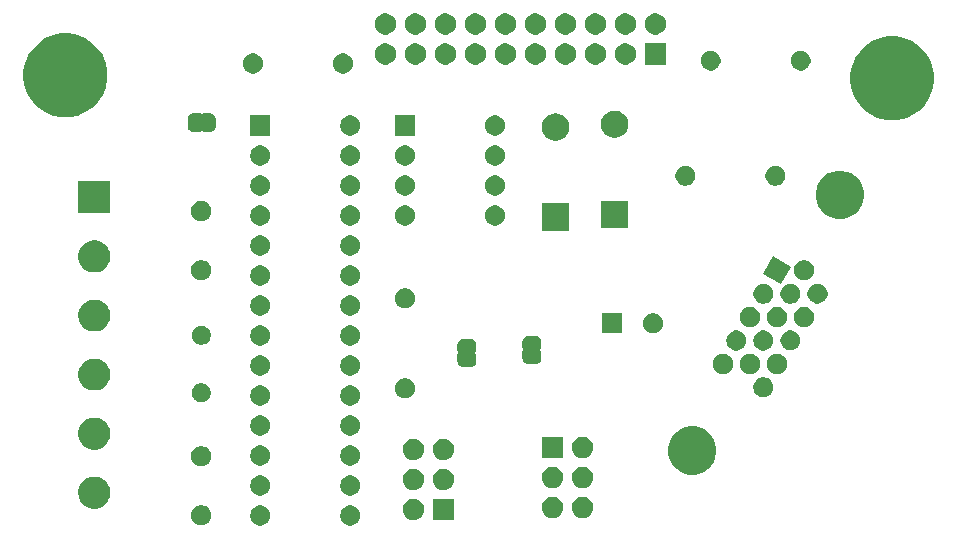
<source format=gbr>
G04 #@! TF.GenerationSoftware,KiCad,Pcbnew,5.1.5-52549c5~86~ubuntu18.04.1*
G04 #@! TF.CreationDate,2020-04-16T22:39:54-04:00*
G04 #@! TF.ProjectId,imac_g3_333mhz_slot_loading_J20_adapter_board,696d6163-5f67-4335-9f33-33336d687a5f,3*
G04 #@! TF.SameCoordinates,Original*
G04 #@! TF.FileFunction,Soldermask,Top*
G04 #@! TF.FilePolarity,Negative*
%FSLAX46Y46*%
G04 Gerber Fmt 4.6, Leading zero omitted, Abs format (unit mm)*
G04 Created by KiCad (PCBNEW 5.1.5-52549c5~86~ubuntu18.04.1) date 2020-04-16 22:39:54*
%MOMM*%
%LPD*%
G04 APERTURE LIST*
%ADD10C,0.100000*%
G04 APERTURE END LIST*
D10*
G36*
X163521228Y-106355503D02*
G01*
X163676100Y-106419653D01*
X163815481Y-106512785D01*
X163934015Y-106631319D01*
X164027147Y-106770700D01*
X164091297Y-106925572D01*
X164124000Y-107089984D01*
X164124000Y-107257616D01*
X164091297Y-107422028D01*
X164027147Y-107576900D01*
X163934015Y-107716281D01*
X163815481Y-107834815D01*
X163676100Y-107927947D01*
X163521228Y-107992097D01*
X163356816Y-108024800D01*
X163189184Y-108024800D01*
X163024772Y-107992097D01*
X162869900Y-107927947D01*
X162730519Y-107834815D01*
X162611985Y-107716281D01*
X162518853Y-107576900D01*
X162454703Y-107422028D01*
X162422000Y-107257616D01*
X162422000Y-107089984D01*
X162454703Y-106925572D01*
X162518853Y-106770700D01*
X162611985Y-106631319D01*
X162730519Y-106512785D01*
X162869900Y-106419653D01*
X163024772Y-106355503D01*
X163189184Y-106322800D01*
X163356816Y-106322800D01*
X163521228Y-106355503D01*
G37*
G36*
X155901228Y-106355503D02*
G01*
X156056100Y-106419653D01*
X156195481Y-106512785D01*
X156314015Y-106631319D01*
X156407147Y-106770700D01*
X156471297Y-106925572D01*
X156504000Y-107089984D01*
X156504000Y-107257616D01*
X156471297Y-107422028D01*
X156407147Y-107576900D01*
X156314015Y-107716281D01*
X156195481Y-107834815D01*
X156056100Y-107927947D01*
X155901228Y-107992097D01*
X155736816Y-108024800D01*
X155569184Y-108024800D01*
X155404772Y-107992097D01*
X155249900Y-107927947D01*
X155110519Y-107834815D01*
X154991985Y-107716281D01*
X154898853Y-107576900D01*
X154834703Y-107422028D01*
X154802000Y-107257616D01*
X154802000Y-107089984D01*
X154834703Y-106925572D01*
X154898853Y-106770700D01*
X154991985Y-106631319D01*
X155110519Y-106512785D01*
X155249900Y-106419653D01*
X155404772Y-106355503D01*
X155569184Y-106322800D01*
X155736816Y-106322800D01*
X155901228Y-106355503D01*
G37*
G36*
X150901228Y-106335703D02*
G01*
X151056100Y-106399853D01*
X151195481Y-106492985D01*
X151314015Y-106611519D01*
X151407147Y-106750900D01*
X151471297Y-106905772D01*
X151504000Y-107070184D01*
X151504000Y-107237816D01*
X151471297Y-107402228D01*
X151407147Y-107557100D01*
X151314015Y-107696481D01*
X151195481Y-107815015D01*
X151056100Y-107908147D01*
X150901228Y-107972297D01*
X150736816Y-108005000D01*
X150569184Y-108005000D01*
X150404772Y-107972297D01*
X150249900Y-107908147D01*
X150110519Y-107815015D01*
X149991985Y-107696481D01*
X149898853Y-107557100D01*
X149834703Y-107402228D01*
X149802000Y-107237816D01*
X149802000Y-107070184D01*
X149834703Y-106905772D01*
X149898853Y-106750900D01*
X149991985Y-106611519D01*
X150110519Y-106492985D01*
X150249900Y-106399853D01*
X150404772Y-106335703D01*
X150569184Y-106303000D01*
X150736816Y-106303000D01*
X150901228Y-106335703D01*
G37*
G36*
X168726512Y-105757927D02*
G01*
X168875812Y-105787624D01*
X169039784Y-105855544D01*
X169187354Y-105954147D01*
X169312853Y-106079646D01*
X169411456Y-106227216D01*
X169479376Y-106391188D01*
X169507998Y-106535082D01*
X169514000Y-106565258D01*
X169514000Y-106742742D01*
X169513190Y-106746812D01*
X169479376Y-106916812D01*
X169411456Y-107080784D01*
X169312853Y-107228354D01*
X169187354Y-107353853D01*
X169039784Y-107452456D01*
X168875812Y-107520376D01*
X168726512Y-107550073D01*
X168701742Y-107555000D01*
X168524258Y-107555000D01*
X168499488Y-107550073D01*
X168350188Y-107520376D01*
X168186216Y-107452456D01*
X168038646Y-107353853D01*
X167913147Y-107228354D01*
X167814544Y-107080784D01*
X167746624Y-106916812D01*
X167712810Y-106746812D01*
X167712000Y-106742742D01*
X167712000Y-106565258D01*
X167718002Y-106535082D01*
X167746624Y-106391188D01*
X167814544Y-106227216D01*
X167913147Y-106079646D01*
X168038646Y-105954147D01*
X168186216Y-105855544D01*
X168350188Y-105787624D01*
X168499488Y-105757927D01*
X168524258Y-105753000D01*
X168701742Y-105753000D01*
X168726512Y-105757927D01*
G37*
G36*
X172054000Y-107555000D02*
G01*
X170252000Y-107555000D01*
X170252000Y-105753000D01*
X172054000Y-105753000D01*
X172054000Y-107555000D01*
G37*
G36*
X180516512Y-105587927D02*
G01*
X180665812Y-105617624D01*
X180829784Y-105685544D01*
X180977354Y-105784147D01*
X181102853Y-105909646D01*
X181201456Y-106057216D01*
X181269376Y-106221188D01*
X181289587Y-106322800D01*
X181303191Y-106391189D01*
X181304000Y-106395259D01*
X181304000Y-106572741D01*
X181269376Y-106746812D01*
X181201456Y-106910784D01*
X181102853Y-107058354D01*
X180977354Y-107183853D01*
X180829784Y-107282456D01*
X180665812Y-107350376D01*
X180516512Y-107380073D01*
X180491742Y-107385000D01*
X180314258Y-107385000D01*
X180289488Y-107380073D01*
X180140188Y-107350376D01*
X179976216Y-107282456D01*
X179828646Y-107183853D01*
X179703147Y-107058354D01*
X179604544Y-106910784D01*
X179536624Y-106746812D01*
X179502000Y-106572741D01*
X179502000Y-106395259D01*
X179502810Y-106391189D01*
X179516413Y-106322800D01*
X179536624Y-106221188D01*
X179604544Y-106057216D01*
X179703147Y-105909646D01*
X179828646Y-105784147D01*
X179976216Y-105685544D01*
X180140188Y-105617624D01*
X180289488Y-105587927D01*
X180314258Y-105583000D01*
X180491742Y-105583000D01*
X180516512Y-105587927D01*
G37*
G36*
X183056512Y-105587927D02*
G01*
X183205812Y-105617624D01*
X183369784Y-105685544D01*
X183517354Y-105784147D01*
X183642853Y-105909646D01*
X183741456Y-106057216D01*
X183809376Y-106221188D01*
X183829587Y-106322800D01*
X183843191Y-106391189D01*
X183844000Y-106395259D01*
X183844000Y-106572741D01*
X183809376Y-106746812D01*
X183741456Y-106910784D01*
X183642853Y-107058354D01*
X183517354Y-107183853D01*
X183369784Y-107282456D01*
X183205812Y-107350376D01*
X183056512Y-107380073D01*
X183031742Y-107385000D01*
X182854258Y-107385000D01*
X182829488Y-107380073D01*
X182680188Y-107350376D01*
X182516216Y-107282456D01*
X182368646Y-107183853D01*
X182243147Y-107058354D01*
X182144544Y-106910784D01*
X182076624Y-106746812D01*
X182042000Y-106572741D01*
X182042000Y-106395259D01*
X182042810Y-106391189D01*
X182056413Y-106322800D01*
X182076624Y-106221188D01*
X182144544Y-106057216D01*
X182243147Y-105909646D01*
X182368646Y-105784147D01*
X182516216Y-105685544D01*
X182680188Y-105617624D01*
X182829488Y-105587927D01*
X182854258Y-105583000D01*
X183031742Y-105583000D01*
X183056512Y-105587927D01*
G37*
G36*
X141999072Y-103936918D02*
G01*
X142230411Y-104032741D01*
X142244939Y-104038759D01*
X142356328Y-104113187D01*
X142466211Y-104186609D01*
X142654391Y-104374789D01*
X142802242Y-104596063D01*
X142904082Y-104841928D01*
X142956000Y-105102937D01*
X142956000Y-105369063D01*
X142939484Y-105452095D01*
X142904082Y-105630072D01*
X142802241Y-105875939D01*
X142779718Y-105909647D01*
X142654391Y-106097211D01*
X142466211Y-106285391D01*
X142390914Y-106335703D01*
X142244939Y-106433241D01*
X142244938Y-106433242D01*
X142244937Y-106433242D01*
X141999072Y-106535082D01*
X141738063Y-106587000D01*
X141471937Y-106587000D01*
X141210928Y-106535082D01*
X140965063Y-106433242D01*
X140965062Y-106433242D01*
X140965061Y-106433241D01*
X140819086Y-106335703D01*
X140743789Y-106285391D01*
X140555609Y-106097211D01*
X140430282Y-105909647D01*
X140407759Y-105875939D01*
X140305918Y-105630072D01*
X140270516Y-105452095D01*
X140254000Y-105369063D01*
X140254000Y-105102937D01*
X140305918Y-104841928D01*
X140407758Y-104596063D01*
X140555609Y-104374789D01*
X140743789Y-104186609D01*
X140853672Y-104113187D01*
X140965061Y-104038759D01*
X140979590Y-104032741D01*
X141210928Y-103936918D01*
X141471937Y-103885000D01*
X141738063Y-103885000D01*
X141999072Y-103936918D01*
G37*
G36*
X163521228Y-103815503D02*
G01*
X163676100Y-103879653D01*
X163815481Y-103972785D01*
X163934015Y-104091319D01*
X164027147Y-104230700D01*
X164091297Y-104385572D01*
X164124000Y-104549984D01*
X164124000Y-104717616D01*
X164091297Y-104882028D01*
X164027147Y-105036900D01*
X163934015Y-105176281D01*
X163815481Y-105294815D01*
X163676100Y-105387947D01*
X163521228Y-105452097D01*
X163356816Y-105484800D01*
X163189184Y-105484800D01*
X163024772Y-105452097D01*
X162869900Y-105387947D01*
X162730519Y-105294815D01*
X162611985Y-105176281D01*
X162518853Y-105036900D01*
X162454703Y-104882028D01*
X162422000Y-104717616D01*
X162422000Y-104549984D01*
X162454703Y-104385572D01*
X162518853Y-104230700D01*
X162611985Y-104091319D01*
X162730519Y-103972785D01*
X162869900Y-103879653D01*
X163024772Y-103815503D01*
X163189184Y-103782800D01*
X163356816Y-103782800D01*
X163521228Y-103815503D01*
G37*
G36*
X155901228Y-103815503D02*
G01*
X156056100Y-103879653D01*
X156195481Y-103972785D01*
X156314015Y-104091319D01*
X156407147Y-104230700D01*
X156471297Y-104385572D01*
X156504000Y-104549984D01*
X156504000Y-104717616D01*
X156471297Y-104882028D01*
X156407147Y-105036900D01*
X156314015Y-105176281D01*
X156195481Y-105294815D01*
X156056100Y-105387947D01*
X155901228Y-105452097D01*
X155736816Y-105484800D01*
X155569184Y-105484800D01*
X155404772Y-105452097D01*
X155249900Y-105387947D01*
X155110519Y-105294815D01*
X154991985Y-105176281D01*
X154898853Y-105036900D01*
X154834703Y-104882028D01*
X154802000Y-104717616D01*
X154802000Y-104549984D01*
X154834703Y-104385572D01*
X154898853Y-104230700D01*
X154991985Y-104091319D01*
X155110519Y-103972785D01*
X155249900Y-103879653D01*
X155404772Y-103815503D01*
X155569184Y-103782800D01*
X155736816Y-103782800D01*
X155901228Y-103815503D01*
G37*
G36*
X168726512Y-103217927D02*
G01*
X168875812Y-103247624D01*
X169039784Y-103315544D01*
X169187354Y-103414147D01*
X169312853Y-103539646D01*
X169411456Y-103687216D01*
X169479376Y-103851188D01*
X169509073Y-104000488D01*
X169514000Y-104025258D01*
X169514000Y-104202742D01*
X169513190Y-104206812D01*
X169479376Y-104376812D01*
X169411456Y-104540784D01*
X169312853Y-104688354D01*
X169187354Y-104813853D01*
X169039784Y-104912456D01*
X168875812Y-104980376D01*
X168726512Y-105010073D01*
X168701742Y-105015000D01*
X168524258Y-105015000D01*
X168499488Y-105010073D01*
X168350188Y-104980376D01*
X168186216Y-104912456D01*
X168038646Y-104813853D01*
X167913147Y-104688354D01*
X167814544Y-104540784D01*
X167746624Y-104376812D01*
X167712810Y-104206812D01*
X167712000Y-104202742D01*
X167712000Y-104025258D01*
X167716927Y-104000488D01*
X167746624Y-103851188D01*
X167814544Y-103687216D01*
X167913147Y-103539646D01*
X168038646Y-103414147D01*
X168186216Y-103315544D01*
X168350188Y-103247624D01*
X168499488Y-103217927D01*
X168524258Y-103213000D01*
X168701742Y-103213000D01*
X168726512Y-103217927D01*
G37*
G36*
X171266512Y-103217927D02*
G01*
X171415812Y-103247624D01*
X171579784Y-103315544D01*
X171727354Y-103414147D01*
X171852853Y-103539646D01*
X171951456Y-103687216D01*
X172019376Y-103851188D01*
X172049073Y-104000488D01*
X172054000Y-104025258D01*
X172054000Y-104202742D01*
X172053190Y-104206812D01*
X172019376Y-104376812D01*
X171951456Y-104540784D01*
X171852853Y-104688354D01*
X171727354Y-104813853D01*
X171579784Y-104912456D01*
X171415812Y-104980376D01*
X171266512Y-105010073D01*
X171241742Y-105015000D01*
X171064258Y-105015000D01*
X171039488Y-105010073D01*
X170890188Y-104980376D01*
X170726216Y-104912456D01*
X170578646Y-104813853D01*
X170453147Y-104688354D01*
X170354544Y-104540784D01*
X170286624Y-104376812D01*
X170252810Y-104206812D01*
X170252000Y-104202742D01*
X170252000Y-104025258D01*
X170256927Y-104000488D01*
X170286624Y-103851188D01*
X170354544Y-103687216D01*
X170453147Y-103539646D01*
X170578646Y-103414147D01*
X170726216Y-103315544D01*
X170890188Y-103247624D01*
X171039488Y-103217927D01*
X171064258Y-103213000D01*
X171241742Y-103213000D01*
X171266512Y-103217927D01*
G37*
G36*
X180516512Y-103047927D02*
G01*
X180665812Y-103077624D01*
X180829784Y-103145544D01*
X180977354Y-103244147D01*
X181102853Y-103369646D01*
X181201456Y-103517216D01*
X181269376Y-103681188D01*
X181289587Y-103782800D01*
X181303191Y-103851189D01*
X181304000Y-103855259D01*
X181304000Y-104032741D01*
X181269376Y-104206812D01*
X181201456Y-104370784D01*
X181102853Y-104518354D01*
X180977354Y-104643853D01*
X180829784Y-104742456D01*
X180665812Y-104810376D01*
X180516512Y-104840073D01*
X180491742Y-104845000D01*
X180314258Y-104845000D01*
X180289488Y-104840073D01*
X180140188Y-104810376D01*
X179976216Y-104742456D01*
X179828646Y-104643853D01*
X179703147Y-104518354D01*
X179604544Y-104370784D01*
X179536624Y-104206812D01*
X179502000Y-104032741D01*
X179502000Y-103855259D01*
X179502810Y-103851189D01*
X179516413Y-103782800D01*
X179536624Y-103681188D01*
X179604544Y-103517216D01*
X179703147Y-103369646D01*
X179828646Y-103244147D01*
X179976216Y-103145544D01*
X180140188Y-103077624D01*
X180289488Y-103047927D01*
X180314258Y-103043000D01*
X180491742Y-103043000D01*
X180516512Y-103047927D01*
G37*
G36*
X183056512Y-103047927D02*
G01*
X183205812Y-103077624D01*
X183369784Y-103145544D01*
X183517354Y-103244147D01*
X183642853Y-103369646D01*
X183741456Y-103517216D01*
X183809376Y-103681188D01*
X183829587Y-103782800D01*
X183843191Y-103851189D01*
X183844000Y-103855259D01*
X183844000Y-104032741D01*
X183809376Y-104206812D01*
X183741456Y-104370784D01*
X183642853Y-104518354D01*
X183517354Y-104643853D01*
X183369784Y-104742456D01*
X183205812Y-104810376D01*
X183056512Y-104840073D01*
X183031742Y-104845000D01*
X182854258Y-104845000D01*
X182829488Y-104840073D01*
X182680188Y-104810376D01*
X182516216Y-104742456D01*
X182368646Y-104643853D01*
X182243147Y-104518354D01*
X182144544Y-104370784D01*
X182076624Y-104206812D01*
X182042000Y-104032741D01*
X182042000Y-103855259D01*
X182042810Y-103851189D01*
X182056413Y-103782800D01*
X182076624Y-103681188D01*
X182144544Y-103517216D01*
X182243147Y-103369646D01*
X182368646Y-103244147D01*
X182516216Y-103145544D01*
X182680188Y-103077624D01*
X182829488Y-103047927D01*
X182854258Y-103043000D01*
X183031742Y-103043000D01*
X183056512Y-103047927D01*
G37*
G36*
X192823510Y-99703835D02*
G01*
X193060571Y-99802029D01*
X193196769Y-99858444D01*
X193532692Y-100082901D01*
X193818372Y-100368581D01*
X194021779Y-100673000D01*
X194042830Y-100704506D01*
X194197438Y-101077763D01*
X194276256Y-101474010D01*
X194276256Y-101878024D01*
X194197438Y-102274271D01*
X194042830Y-102647528D01*
X194042829Y-102647530D01*
X193818372Y-102983453D01*
X193532692Y-103269133D01*
X193196769Y-103493590D01*
X193196768Y-103493591D01*
X193196767Y-103493591D01*
X192823510Y-103648199D01*
X192427263Y-103727017D01*
X192023249Y-103727017D01*
X191627002Y-103648199D01*
X191253745Y-103493591D01*
X191253744Y-103493591D01*
X191253743Y-103493590D01*
X190917820Y-103269133D01*
X190632140Y-102983453D01*
X190407683Y-102647530D01*
X190407682Y-102647528D01*
X190253074Y-102274271D01*
X190174256Y-101878024D01*
X190174256Y-101474010D01*
X190253074Y-101077763D01*
X190407682Y-100704506D01*
X190428734Y-100673000D01*
X190632140Y-100368581D01*
X190917820Y-100082901D01*
X191253743Y-99858444D01*
X191389941Y-99802029D01*
X191627002Y-99703835D01*
X192023249Y-99625017D01*
X192427263Y-99625017D01*
X192823510Y-99703835D01*
G37*
G36*
X150901228Y-101335703D02*
G01*
X151056100Y-101399853D01*
X151195481Y-101492985D01*
X151314015Y-101611519D01*
X151407147Y-101750900D01*
X151471297Y-101905772D01*
X151504000Y-102070184D01*
X151504000Y-102237816D01*
X151471297Y-102402228D01*
X151407147Y-102557100D01*
X151314015Y-102696481D01*
X151195481Y-102815015D01*
X151056100Y-102908147D01*
X150901228Y-102972297D01*
X150736816Y-103005000D01*
X150569184Y-103005000D01*
X150404772Y-102972297D01*
X150249900Y-102908147D01*
X150110519Y-102815015D01*
X149991985Y-102696481D01*
X149898853Y-102557100D01*
X149834703Y-102402228D01*
X149802000Y-102237816D01*
X149802000Y-102070184D01*
X149834703Y-101905772D01*
X149898853Y-101750900D01*
X149991985Y-101611519D01*
X150110519Y-101492985D01*
X150249900Y-101399853D01*
X150404772Y-101335703D01*
X150569184Y-101303000D01*
X150736816Y-101303000D01*
X150901228Y-101335703D01*
G37*
G36*
X155901228Y-101275503D02*
G01*
X156056100Y-101339653D01*
X156195481Y-101432785D01*
X156314015Y-101551319D01*
X156407147Y-101690700D01*
X156471297Y-101845572D01*
X156504000Y-102009984D01*
X156504000Y-102177616D01*
X156471297Y-102342028D01*
X156407147Y-102496900D01*
X156314015Y-102636281D01*
X156195481Y-102754815D01*
X156056100Y-102847947D01*
X155901228Y-102912097D01*
X155736816Y-102944800D01*
X155569184Y-102944800D01*
X155404772Y-102912097D01*
X155249900Y-102847947D01*
X155110519Y-102754815D01*
X154991985Y-102636281D01*
X154898853Y-102496900D01*
X154834703Y-102342028D01*
X154802000Y-102177616D01*
X154802000Y-102009984D01*
X154834703Y-101845572D01*
X154898853Y-101690700D01*
X154991985Y-101551319D01*
X155110519Y-101432785D01*
X155249900Y-101339653D01*
X155404772Y-101275503D01*
X155569184Y-101242800D01*
X155736816Y-101242800D01*
X155901228Y-101275503D01*
G37*
G36*
X163521228Y-101275503D02*
G01*
X163676100Y-101339653D01*
X163815481Y-101432785D01*
X163934015Y-101551319D01*
X164027147Y-101690700D01*
X164091297Y-101845572D01*
X164124000Y-102009984D01*
X164124000Y-102177616D01*
X164091297Y-102342028D01*
X164027147Y-102496900D01*
X163934015Y-102636281D01*
X163815481Y-102754815D01*
X163676100Y-102847947D01*
X163521228Y-102912097D01*
X163356816Y-102944800D01*
X163189184Y-102944800D01*
X163024772Y-102912097D01*
X162869900Y-102847947D01*
X162730519Y-102754815D01*
X162611985Y-102636281D01*
X162518853Y-102496900D01*
X162454703Y-102342028D01*
X162422000Y-102177616D01*
X162422000Y-102009984D01*
X162454703Y-101845572D01*
X162518853Y-101690700D01*
X162611985Y-101551319D01*
X162730519Y-101432785D01*
X162869900Y-101339653D01*
X163024772Y-101275503D01*
X163189184Y-101242800D01*
X163356816Y-101242800D01*
X163521228Y-101275503D01*
G37*
G36*
X168726512Y-100677927D02*
G01*
X168875812Y-100707624D01*
X169039784Y-100775544D01*
X169187354Y-100874147D01*
X169312853Y-100999646D01*
X169411456Y-101147216D01*
X169479376Y-101311188D01*
X169503653Y-101433241D01*
X169514000Y-101485258D01*
X169514000Y-101662742D01*
X169513190Y-101666812D01*
X169479376Y-101836812D01*
X169411456Y-102000784D01*
X169312853Y-102148354D01*
X169187354Y-102273853D01*
X169039784Y-102372456D01*
X168875812Y-102440376D01*
X168726512Y-102470073D01*
X168701742Y-102475000D01*
X168524258Y-102475000D01*
X168499488Y-102470073D01*
X168350188Y-102440376D01*
X168186216Y-102372456D01*
X168038646Y-102273853D01*
X167913147Y-102148354D01*
X167814544Y-102000784D01*
X167746624Y-101836812D01*
X167712810Y-101666812D01*
X167712000Y-101662742D01*
X167712000Y-101485258D01*
X167722347Y-101433241D01*
X167746624Y-101311188D01*
X167814544Y-101147216D01*
X167913147Y-100999646D01*
X168038646Y-100874147D01*
X168186216Y-100775544D01*
X168350188Y-100707624D01*
X168499488Y-100677927D01*
X168524258Y-100673000D01*
X168701742Y-100673000D01*
X168726512Y-100677927D01*
G37*
G36*
X171266512Y-100677927D02*
G01*
X171415812Y-100707624D01*
X171579784Y-100775544D01*
X171727354Y-100874147D01*
X171852853Y-100999646D01*
X171951456Y-101147216D01*
X172019376Y-101311188D01*
X172043653Y-101433241D01*
X172054000Y-101485258D01*
X172054000Y-101662742D01*
X172053190Y-101666812D01*
X172019376Y-101836812D01*
X171951456Y-102000784D01*
X171852853Y-102148354D01*
X171727354Y-102273853D01*
X171579784Y-102372456D01*
X171415812Y-102440376D01*
X171266512Y-102470073D01*
X171241742Y-102475000D01*
X171064258Y-102475000D01*
X171039488Y-102470073D01*
X170890188Y-102440376D01*
X170726216Y-102372456D01*
X170578646Y-102273853D01*
X170453147Y-102148354D01*
X170354544Y-102000784D01*
X170286624Y-101836812D01*
X170252810Y-101666812D01*
X170252000Y-101662742D01*
X170252000Y-101485258D01*
X170262347Y-101433241D01*
X170286624Y-101311188D01*
X170354544Y-101147216D01*
X170453147Y-100999646D01*
X170578646Y-100874147D01*
X170726216Y-100775544D01*
X170890188Y-100707624D01*
X171039488Y-100677927D01*
X171064258Y-100673000D01*
X171241742Y-100673000D01*
X171266512Y-100677927D01*
G37*
G36*
X183056512Y-100507927D02*
G01*
X183205812Y-100537624D01*
X183369784Y-100605544D01*
X183517354Y-100704147D01*
X183642853Y-100829646D01*
X183741456Y-100977216D01*
X183809376Y-101141188D01*
X183829587Y-101242800D01*
X183844000Y-101315258D01*
X183844000Y-101492742D01*
X183839073Y-101517512D01*
X183809376Y-101666812D01*
X183741456Y-101830784D01*
X183642853Y-101978354D01*
X183517354Y-102103853D01*
X183369784Y-102202456D01*
X183205812Y-102270376D01*
X183056512Y-102300073D01*
X183031742Y-102305000D01*
X182854258Y-102305000D01*
X182829488Y-102300073D01*
X182680188Y-102270376D01*
X182516216Y-102202456D01*
X182368646Y-102103853D01*
X182243147Y-101978354D01*
X182144544Y-101830784D01*
X182076624Y-101666812D01*
X182046927Y-101517512D01*
X182042000Y-101492742D01*
X182042000Y-101315258D01*
X182056413Y-101242800D01*
X182076624Y-101141188D01*
X182144544Y-100977216D01*
X182243147Y-100829646D01*
X182368646Y-100704147D01*
X182516216Y-100605544D01*
X182680188Y-100537624D01*
X182829488Y-100507927D01*
X182854258Y-100503000D01*
X183031742Y-100503000D01*
X183056512Y-100507927D01*
G37*
G36*
X181304000Y-102305000D02*
G01*
X179502000Y-102305000D01*
X179502000Y-100503000D01*
X181304000Y-100503000D01*
X181304000Y-102305000D01*
G37*
G36*
X141999072Y-98936918D02*
G01*
X142244939Y-99038759D01*
X142356328Y-99113187D01*
X142466211Y-99186609D01*
X142654391Y-99374789D01*
X142802242Y-99596063D01*
X142904082Y-99841928D01*
X142956000Y-100102937D01*
X142956000Y-100369063D01*
X142904082Y-100630072D01*
X142802242Y-100875937D01*
X142654391Y-101097211D01*
X142466211Y-101285391D01*
X142390914Y-101335703D01*
X142244939Y-101433241D01*
X142244938Y-101433242D01*
X142244937Y-101433242D01*
X141999072Y-101535082D01*
X141738063Y-101587000D01*
X141471937Y-101587000D01*
X141210928Y-101535082D01*
X140965063Y-101433242D01*
X140965062Y-101433242D01*
X140965061Y-101433241D01*
X140819086Y-101335703D01*
X140743789Y-101285391D01*
X140555609Y-101097211D01*
X140407758Y-100875937D01*
X140305918Y-100630072D01*
X140254000Y-100369063D01*
X140254000Y-100102937D01*
X140305918Y-99841928D01*
X140407758Y-99596063D01*
X140555609Y-99374789D01*
X140743789Y-99186609D01*
X140853672Y-99113187D01*
X140965061Y-99038759D01*
X141210928Y-98936918D01*
X141471937Y-98885000D01*
X141738063Y-98885000D01*
X141999072Y-98936918D01*
G37*
G36*
X155901228Y-98735503D02*
G01*
X156056100Y-98799653D01*
X156195481Y-98892785D01*
X156314015Y-99011319D01*
X156407147Y-99150700D01*
X156471297Y-99305572D01*
X156504000Y-99469984D01*
X156504000Y-99637616D01*
X156471297Y-99802028D01*
X156407147Y-99956900D01*
X156314015Y-100096281D01*
X156195481Y-100214815D01*
X156056100Y-100307947D01*
X155901228Y-100372097D01*
X155736816Y-100404800D01*
X155569184Y-100404800D01*
X155404772Y-100372097D01*
X155249900Y-100307947D01*
X155110519Y-100214815D01*
X154991985Y-100096281D01*
X154898853Y-99956900D01*
X154834703Y-99802028D01*
X154802000Y-99637616D01*
X154802000Y-99469984D01*
X154834703Y-99305572D01*
X154898853Y-99150700D01*
X154991985Y-99011319D01*
X155110519Y-98892785D01*
X155249900Y-98799653D01*
X155404772Y-98735503D01*
X155569184Y-98702800D01*
X155736816Y-98702800D01*
X155901228Y-98735503D01*
G37*
G36*
X163521228Y-98735503D02*
G01*
X163676100Y-98799653D01*
X163815481Y-98892785D01*
X163934015Y-99011319D01*
X164027147Y-99150700D01*
X164091297Y-99305572D01*
X164124000Y-99469984D01*
X164124000Y-99637616D01*
X164091297Y-99802028D01*
X164027147Y-99956900D01*
X163934015Y-100096281D01*
X163815481Y-100214815D01*
X163676100Y-100307947D01*
X163521228Y-100372097D01*
X163356816Y-100404800D01*
X163189184Y-100404800D01*
X163024772Y-100372097D01*
X162869900Y-100307947D01*
X162730519Y-100214815D01*
X162611985Y-100096281D01*
X162518853Y-99956900D01*
X162454703Y-99802028D01*
X162422000Y-99637616D01*
X162422000Y-99469984D01*
X162454703Y-99305572D01*
X162518853Y-99150700D01*
X162611985Y-99011319D01*
X162730519Y-98892785D01*
X162869900Y-98799653D01*
X163024772Y-98735503D01*
X163189184Y-98702800D01*
X163356816Y-98702800D01*
X163521228Y-98735503D01*
G37*
G36*
X163521228Y-96195503D02*
G01*
X163676100Y-96259653D01*
X163815481Y-96352785D01*
X163934015Y-96471319D01*
X164027147Y-96610700D01*
X164091297Y-96765572D01*
X164124000Y-96929984D01*
X164124000Y-97097616D01*
X164091297Y-97262028D01*
X164027147Y-97416900D01*
X163934015Y-97556281D01*
X163815481Y-97674815D01*
X163676100Y-97767947D01*
X163521228Y-97832097D01*
X163356816Y-97864800D01*
X163189184Y-97864800D01*
X163024772Y-97832097D01*
X162869900Y-97767947D01*
X162730519Y-97674815D01*
X162611985Y-97556281D01*
X162518853Y-97416900D01*
X162454703Y-97262028D01*
X162422000Y-97097616D01*
X162422000Y-96929984D01*
X162454703Y-96765572D01*
X162518853Y-96610700D01*
X162611985Y-96471319D01*
X162730519Y-96352785D01*
X162869900Y-96259653D01*
X163024772Y-96195503D01*
X163189184Y-96162800D01*
X163356816Y-96162800D01*
X163521228Y-96195503D01*
G37*
G36*
X155901228Y-96195503D02*
G01*
X156056100Y-96259653D01*
X156195481Y-96352785D01*
X156314015Y-96471319D01*
X156407147Y-96610700D01*
X156471297Y-96765572D01*
X156504000Y-96929984D01*
X156504000Y-97097616D01*
X156471297Y-97262028D01*
X156407147Y-97416900D01*
X156314015Y-97556281D01*
X156195481Y-97674815D01*
X156056100Y-97767947D01*
X155901228Y-97832097D01*
X155736816Y-97864800D01*
X155569184Y-97864800D01*
X155404772Y-97832097D01*
X155249900Y-97767947D01*
X155110519Y-97674815D01*
X154991985Y-97556281D01*
X154898853Y-97416900D01*
X154834703Y-97262028D01*
X154802000Y-97097616D01*
X154802000Y-96929984D01*
X154834703Y-96765572D01*
X154898853Y-96610700D01*
X154991985Y-96471319D01*
X155110519Y-96352785D01*
X155249900Y-96259653D01*
X155404772Y-96195503D01*
X155569184Y-96162800D01*
X155736816Y-96162800D01*
X155901228Y-96195503D01*
G37*
G36*
X150886642Y-96013581D02*
G01*
X151032414Y-96073962D01*
X151032416Y-96073963D01*
X151163608Y-96161622D01*
X151275178Y-96273192D01*
X151360180Y-96400408D01*
X151362838Y-96404386D01*
X151423219Y-96550158D01*
X151454000Y-96704907D01*
X151454000Y-96862693D01*
X151423219Y-97017442D01*
X151365019Y-97157948D01*
X151362837Y-97163216D01*
X151275178Y-97294408D01*
X151163608Y-97405978D01*
X151032416Y-97493637D01*
X151032415Y-97493638D01*
X151032414Y-97493638D01*
X150886642Y-97554019D01*
X150731893Y-97584800D01*
X150574107Y-97584800D01*
X150419358Y-97554019D01*
X150273586Y-97493638D01*
X150273585Y-97493638D01*
X150273584Y-97493637D01*
X150142392Y-97405978D01*
X150030822Y-97294408D01*
X149943163Y-97163216D01*
X149940981Y-97157948D01*
X149882781Y-97017442D01*
X149852000Y-96862693D01*
X149852000Y-96704907D01*
X149882781Y-96550158D01*
X149943162Y-96404386D01*
X149945820Y-96400408D01*
X150030822Y-96273192D01*
X150142392Y-96161622D01*
X150273584Y-96073963D01*
X150273586Y-96073962D01*
X150419358Y-96013581D01*
X150574107Y-95982800D01*
X150731893Y-95982800D01*
X150886642Y-96013581D01*
G37*
G36*
X168151228Y-95585503D02*
G01*
X168306100Y-95649653D01*
X168445481Y-95742785D01*
X168564015Y-95861319D01*
X168657147Y-96000700D01*
X168721297Y-96155572D01*
X168754000Y-96319984D01*
X168754000Y-96487616D01*
X168721297Y-96652028D01*
X168657147Y-96806900D01*
X168564015Y-96946281D01*
X168445481Y-97064815D01*
X168306100Y-97157947D01*
X168151228Y-97222097D01*
X167986816Y-97254800D01*
X167819184Y-97254800D01*
X167654772Y-97222097D01*
X167499900Y-97157947D01*
X167360519Y-97064815D01*
X167241985Y-96946281D01*
X167148853Y-96806900D01*
X167084703Y-96652028D01*
X167052000Y-96487616D01*
X167052000Y-96319984D01*
X167084703Y-96155572D01*
X167148853Y-96000700D01*
X167241985Y-95861319D01*
X167360519Y-95742785D01*
X167499900Y-95649653D01*
X167654772Y-95585503D01*
X167819184Y-95552800D01*
X167986816Y-95552800D01*
X168151228Y-95585503D01*
G37*
G36*
X198500689Y-95498296D02*
G01*
X198655561Y-95562446D01*
X198794942Y-95655578D01*
X198913476Y-95774112D01*
X199006608Y-95913493D01*
X199070758Y-96068365D01*
X199103461Y-96232777D01*
X199103461Y-96400409D01*
X199070758Y-96564821D01*
X199006608Y-96719693D01*
X198913476Y-96859074D01*
X198794942Y-96977608D01*
X198655561Y-97070740D01*
X198500689Y-97134890D01*
X198336277Y-97167593D01*
X198168645Y-97167593D01*
X198004233Y-97134890D01*
X197849361Y-97070740D01*
X197709980Y-96977608D01*
X197591446Y-96859074D01*
X197498314Y-96719693D01*
X197434164Y-96564821D01*
X197401461Y-96400409D01*
X197401461Y-96232777D01*
X197434164Y-96068365D01*
X197498314Y-95913493D01*
X197591446Y-95774112D01*
X197709980Y-95655578D01*
X197849361Y-95562446D01*
X198004233Y-95498296D01*
X198168645Y-95465593D01*
X198336277Y-95465593D01*
X198500689Y-95498296D01*
G37*
G36*
X141965776Y-93930295D02*
G01*
X141999072Y-93936918D01*
X142244939Y-94038759D01*
X142319179Y-94088365D01*
X142466211Y-94186609D01*
X142654391Y-94374789D01*
X142683804Y-94418809D01*
X142794731Y-94584821D01*
X142802242Y-94596063D01*
X142904082Y-94841928D01*
X142956000Y-95102937D01*
X142956000Y-95369063D01*
X142904082Y-95630072D01*
X142802242Y-95875937D01*
X142654391Y-96097211D01*
X142466211Y-96285391D01*
X142365349Y-96352785D01*
X142244939Y-96433241D01*
X142244938Y-96433242D01*
X142244937Y-96433242D01*
X141999072Y-96535082D01*
X141738063Y-96587000D01*
X141471937Y-96587000D01*
X141210928Y-96535082D01*
X140965063Y-96433242D01*
X140965062Y-96433242D01*
X140965061Y-96433241D01*
X140844651Y-96352785D01*
X140743789Y-96285391D01*
X140555609Y-96097211D01*
X140407758Y-95875937D01*
X140305918Y-95630072D01*
X140254000Y-95369063D01*
X140254000Y-95102937D01*
X140305918Y-94841928D01*
X140407758Y-94596063D01*
X140415270Y-94584821D01*
X140526196Y-94418809D01*
X140555609Y-94374789D01*
X140743789Y-94186609D01*
X140890821Y-94088365D01*
X140965061Y-94038759D01*
X141210928Y-93936918D01*
X141244224Y-93930295D01*
X141471937Y-93885000D01*
X141738063Y-93885000D01*
X141965776Y-93930295D01*
G37*
G36*
X155901228Y-93655503D02*
G01*
X156056100Y-93719653D01*
X156195481Y-93812785D01*
X156314015Y-93931319D01*
X156407147Y-94070700D01*
X156471297Y-94225572D01*
X156504000Y-94389984D01*
X156504000Y-94557616D01*
X156471297Y-94722028D01*
X156407147Y-94876900D01*
X156314015Y-95016281D01*
X156195481Y-95134815D01*
X156056100Y-95227947D01*
X155901228Y-95292097D01*
X155736816Y-95324800D01*
X155569184Y-95324800D01*
X155404772Y-95292097D01*
X155249900Y-95227947D01*
X155110519Y-95134815D01*
X154991985Y-95016281D01*
X154898853Y-94876900D01*
X154834703Y-94722028D01*
X154802000Y-94557616D01*
X154802000Y-94389984D01*
X154834703Y-94225572D01*
X154898853Y-94070700D01*
X154991985Y-93931319D01*
X155110519Y-93812785D01*
X155249900Y-93719653D01*
X155404772Y-93655503D01*
X155569184Y-93622800D01*
X155736816Y-93622800D01*
X155901228Y-93655503D01*
G37*
G36*
X163521228Y-93655503D02*
G01*
X163676100Y-93719653D01*
X163815481Y-93812785D01*
X163934015Y-93931319D01*
X164027147Y-94070700D01*
X164091297Y-94225572D01*
X164124000Y-94389984D01*
X164124000Y-94557616D01*
X164091297Y-94722028D01*
X164027147Y-94876900D01*
X163934015Y-95016281D01*
X163815481Y-95134815D01*
X163676100Y-95227947D01*
X163521228Y-95292097D01*
X163356816Y-95324800D01*
X163189184Y-95324800D01*
X163024772Y-95292097D01*
X162869900Y-95227947D01*
X162730519Y-95134815D01*
X162611985Y-95016281D01*
X162518853Y-94876900D01*
X162454703Y-94722028D01*
X162422000Y-94557616D01*
X162422000Y-94389984D01*
X162454703Y-94225572D01*
X162518853Y-94070700D01*
X162611985Y-93931319D01*
X162730519Y-93812785D01*
X162869900Y-93719653D01*
X163024772Y-93655503D01*
X163189184Y-93622800D01*
X163356816Y-93622800D01*
X163521228Y-93655503D01*
G37*
G36*
X195071228Y-93518296D02*
G01*
X195226100Y-93582446D01*
X195365481Y-93675578D01*
X195484015Y-93794112D01*
X195577147Y-93933493D01*
X195641297Y-94088365D01*
X195674000Y-94252777D01*
X195674000Y-94420409D01*
X195641297Y-94584821D01*
X195577147Y-94739693D01*
X195484015Y-94879074D01*
X195365481Y-94997608D01*
X195226100Y-95090740D01*
X195071228Y-95154890D01*
X194906816Y-95187593D01*
X194739184Y-95187593D01*
X194574772Y-95154890D01*
X194419900Y-95090740D01*
X194280519Y-94997608D01*
X194161985Y-94879074D01*
X194068853Y-94739693D01*
X194004703Y-94584821D01*
X193972000Y-94420409D01*
X193972000Y-94252777D01*
X194004703Y-94088365D01*
X194068853Y-93933493D01*
X194161985Y-93794112D01*
X194280519Y-93675578D01*
X194419900Y-93582446D01*
X194574772Y-93518296D01*
X194739184Y-93485593D01*
X194906816Y-93485593D01*
X195071228Y-93518296D01*
G37*
G36*
X197358458Y-93516697D02*
G01*
X197513330Y-93580847D01*
X197652711Y-93673979D01*
X197771245Y-93792513D01*
X197864377Y-93931894D01*
X197928527Y-94086766D01*
X197961230Y-94251178D01*
X197961230Y-94418810D01*
X197928527Y-94583222D01*
X197864377Y-94738094D01*
X197771245Y-94877475D01*
X197652711Y-94996009D01*
X197513330Y-95089141D01*
X197358458Y-95153291D01*
X197194046Y-95185994D01*
X197026414Y-95185994D01*
X196862002Y-95153291D01*
X196707130Y-95089141D01*
X196567749Y-94996009D01*
X196449215Y-94877475D01*
X196356083Y-94738094D01*
X196291933Y-94583222D01*
X196259230Y-94418810D01*
X196259230Y-94251178D01*
X196291933Y-94086766D01*
X196356083Y-93931894D01*
X196449215Y-93792513D01*
X196567749Y-93673979D01*
X196707130Y-93580847D01*
X196862002Y-93516697D01*
X197026414Y-93483994D01*
X197194046Y-93483994D01*
X197358458Y-93516697D01*
G37*
G36*
X199645689Y-93515098D02*
G01*
X199800561Y-93579248D01*
X199939942Y-93672380D01*
X200058476Y-93790914D01*
X200151608Y-93930295D01*
X200215758Y-94085167D01*
X200248461Y-94249579D01*
X200248461Y-94417211D01*
X200215758Y-94581623D01*
X200151608Y-94736495D01*
X200058476Y-94875876D01*
X199939942Y-94994410D01*
X199800561Y-95087542D01*
X199645689Y-95151692D01*
X199481277Y-95184395D01*
X199313645Y-95184395D01*
X199149233Y-95151692D01*
X198994361Y-95087542D01*
X198854980Y-94994410D01*
X198736446Y-94875876D01*
X198643314Y-94736495D01*
X198579164Y-94581623D01*
X198546461Y-94417211D01*
X198546461Y-94249579D01*
X198579164Y-94085167D01*
X198643314Y-93930295D01*
X198736446Y-93790914D01*
X198854980Y-93672380D01*
X198994361Y-93579248D01*
X199149233Y-93515098D01*
X199313645Y-93482395D01*
X199481277Y-93482395D01*
X199645689Y-93515098D01*
G37*
G36*
X173415199Y-92203754D02*
G01*
X173427450Y-92204356D01*
X173445869Y-92204356D01*
X173468149Y-92206550D01*
X173552233Y-92223276D01*
X173573660Y-92229776D01*
X173652858Y-92262580D01*
X173658303Y-92265491D01*
X173658309Y-92265493D01*
X173667169Y-92270229D01*
X173667173Y-92270232D01*
X173672614Y-92273140D01*
X173743899Y-92320771D01*
X173761204Y-92334972D01*
X173821828Y-92395596D01*
X173836029Y-92412901D01*
X173883660Y-92484186D01*
X173886568Y-92489627D01*
X173886571Y-92489631D01*
X173891307Y-92498491D01*
X173891309Y-92498497D01*
X173894220Y-92503942D01*
X173927024Y-92583140D01*
X173933524Y-92604567D01*
X173950250Y-92688651D01*
X173952444Y-92710931D01*
X173952444Y-92729350D01*
X173953046Y-92741601D01*
X173954852Y-92759939D01*
X173954852Y-93247660D01*
X173953263Y-93263799D01*
X173950348Y-93273408D01*
X173945610Y-93282272D01*
X173939237Y-93290037D01*
X173926794Y-93300248D01*
X173916425Y-93307178D01*
X173899098Y-93324505D01*
X173885485Y-93344880D01*
X173876109Y-93367520D01*
X173871329Y-93391553D01*
X173871330Y-93416057D01*
X173876112Y-93440090D01*
X173885490Y-93462729D01*
X173899105Y-93483102D01*
X173916432Y-93500429D01*
X173926802Y-93507358D01*
X173939237Y-93517563D01*
X173945610Y-93525328D01*
X173950348Y-93534192D01*
X173953263Y-93543801D01*
X173954852Y-93559940D01*
X173954852Y-94047662D01*
X173953046Y-94065999D01*
X173952444Y-94078250D01*
X173952444Y-94096669D01*
X173950250Y-94118949D01*
X173933524Y-94203033D01*
X173927024Y-94224460D01*
X173894220Y-94303658D01*
X173891309Y-94309103D01*
X173891307Y-94309109D01*
X173886571Y-94317969D01*
X173886568Y-94317973D01*
X173883660Y-94323414D01*
X173836029Y-94394699D01*
X173821828Y-94412004D01*
X173761204Y-94472628D01*
X173743899Y-94486829D01*
X173672614Y-94534460D01*
X173667173Y-94537368D01*
X173667169Y-94537371D01*
X173658309Y-94542107D01*
X173658303Y-94542109D01*
X173652858Y-94545020D01*
X173573660Y-94577824D01*
X173552233Y-94584324D01*
X173468149Y-94601050D01*
X173445869Y-94603244D01*
X173427450Y-94603244D01*
X173415199Y-94603846D01*
X173396862Y-94605652D01*
X172909138Y-94605652D01*
X172890801Y-94603846D01*
X172878550Y-94603244D01*
X172860131Y-94603244D01*
X172837851Y-94601050D01*
X172753767Y-94584324D01*
X172732340Y-94577824D01*
X172653142Y-94545020D01*
X172647697Y-94542109D01*
X172647691Y-94542107D01*
X172638831Y-94537371D01*
X172638827Y-94537368D01*
X172633386Y-94534460D01*
X172562101Y-94486829D01*
X172544796Y-94472628D01*
X172484172Y-94412004D01*
X172469971Y-94394699D01*
X172422340Y-94323414D01*
X172419432Y-94317973D01*
X172419429Y-94317969D01*
X172414693Y-94309109D01*
X172414691Y-94309103D01*
X172411780Y-94303658D01*
X172378976Y-94224460D01*
X172372476Y-94203033D01*
X172355750Y-94118949D01*
X172353556Y-94096669D01*
X172353556Y-94078250D01*
X172352954Y-94065999D01*
X172351148Y-94047662D01*
X172351148Y-93559940D01*
X172352737Y-93543801D01*
X172355652Y-93534192D01*
X172360390Y-93525328D01*
X172366763Y-93517563D01*
X172379206Y-93507352D01*
X172389575Y-93500422D01*
X172406902Y-93483095D01*
X172420515Y-93462720D01*
X172429891Y-93440080D01*
X172434671Y-93416047D01*
X172434670Y-93391543D01*
X172429888Y-93367510D01*
X172420510Y-93344871D01*
X172406895Y-93324498D01*
X172389568Y-93307171D01*
X172379198Y-93300242D01*
X172366763Y-93290037D01*
X172360390Y-93282272D01*
X172355652Y-93273408D01*
X172352737Y-93263799D01*
X172351148Y-93247660D01*
X172351148Y-92759939D01*
X172352954Y-92741601D01*
X172353556Y-92729350D01*
X172353556Y-92710931D01*
X172355750Y-92688651D01*
X172372476Y-92604567D01*
X172378976Y-92583140D01*
X172411780Y-92503942D01*
X172414691Y-92498497D01*
X172414693Y-92498491D01*
X172419429Y-92489631D01*
X172419432Y-92489627D01*
X172422340Y-92484186D01*
X172469971Y-92412901D01*
X172484172Y-92395596D01*
X172544796Y-92334972D01*
X172562101Y-92320771D01*
X172633386Y-92273140D01*
X172638827Y-92270232D01*
X172638831Y-92270229D01*
X172647691Y-92265493D01*
X172647697Y-92265491D01*
X172653142Y-92262580D01*
X172732340Y-92229776D01*
X172753767Y-92223276D01*
X172837851Y-92206550D01*
X172860131Y-92204356D01*
X172878550Y-92204356D01*
X172890801Y-92203754D01*
X172909139Y-92201948D01*
X173396861Y-92201948D01*
X173415199Y-92203754D01*
G37*
G36*
X178915199Y-91953754D02*
G01*
X178927450Y-91954356D01*
X178945869Y-91954356D01*
X178968149Y-91956550D01*
X179052233Y-91973276D01*
X179073660Y-91979776D01*
X179152858Y-92012580D01*
X179158303Y-92015491D01*
X179158309Y-92015493D01*
X179167169Y-92020229D01*
X179167173Y-92020232D01*
X179172614Y-92023140D01*
X179243899Y-92070771D01*
X179261204Y-92084972D01*
X179321828Y-92145596D01*
X179336029Y-92162901D01*
X179383660Y-92234186D01*
X179386568Y-92239627D01*
X179386571Y-92239631D01*
X179391307Y-92248491D01*
X179391309Y-92248497D01*
X179394220Y-92253942D01*
X179427024Y-92333140D01*
X179433524Y-92354567D01*
X179450250Y-92438651D01*
X179452444Y-92460931D01*
X179452444Y-92479350D01*
X179453046Y-92491601D01*
X179454852Y-92509939D01*
X179454852Y-92997660D01*
X179453263Y-93013799D01*
X179450348Y-93023408D01*
X179445610Y-93032272D01*
X179439237Y-93040037D01*
X179426794Y-93050248D01*
X179416425Y-93057178D01*
X179399098Y-93074505D01*
X179385485Y-93094880D01*
X179376109Y-93117520D01*
X179371329Y-93141553D01*
X179371330Y-93166057D01*
X179376112Y-93190090D01*
X179385490Y-93212729D01*
X179399105Y-93233102D01*
X179416432Y-93250429D01*
X179426802Y-93257358D01*
X179439237Y-93267563D01*
X179445610Y-93275328D01*
X179450348Y-93284192D01*
X179453263Y-93293801D01*
X179454852Y-93309940D01*
X179454852Y-93797662D01*
X179453046Y-93815999D01*
X179452444Y-93828250D01*
X179452444Y-93846669D01*
X179450250Y-93868949D01*
X179433524Y-93953033D01*
X179427024Y-93974460D01*
X179394220Y-94053658D01*
X179391309Y-94059103D01*
X179391307Y-94059109D01*
X179386571Y-94067969D01*
X179386568Y-94067973D01*
X179383660Y-94073414D01*
X179336029Y-94144699D01*
X179321828Y-94162004D01*
X179261204Y-94222628D01*
X179243899Y-94236829D01*
X179172614Y-94284460D01*
X179167173Y-94287368D01*
X179167169Y-94287371D01*
X179158309Y-94292107D01*
X179158303Y-94292109D01*
X179152858Y-94295020D01*
X179073660Y-94327824D01*
X179052233Y-94334324D01*
X178968149Y-94351050D01*
X178945869Y-94353244D01*
X178927450Y-94353244D01*
X178915199Y-94353846D01*
X178896862Y-94355652D01*
X178409138Y-94355652D01*
X178390801Y-94353846D01*
X178378550Y-94353244D01*
X178360131Y-94353244D01*
X178337851Y-94351050D01*
X178253767Y-94334324D01*
X178232340Y-94327824D01*
X178153142Y-94295020D01*
X178147697Y-94292109D01*
X178147691Y-94292107D01*
X178138831Y-94287371D01*
X178138827Y-94287368D01*
X178133386Y-94284460D01*
X178062101Y-94236829D01*
X178044796Y-94222628D01*
X177984172Y-94162004D01*
X177969971Y-94144699D01*
X177922340Y-94073414D01*
X177919432Y-94067973D01*
X177919429Y-94067969D01*
X177914693Y-94059109D01*
X177914691Y-94059103D01*
X177911780Y-94053658D01*
X177878976Y-93974460D01*
X177872476Y-93953033D01*
X177855750Y-93868949D01*
X177853556Y-93846669D01*
X177853556Y-93828250D01*
X177852954Y-93815999D01*
X177851148Y-93797662D01*
X177851148Y-93309940D01*
X177852737Y-93293801D01*
X177855652Y-93284192D01*
X177860390Y-93275328D01*
X177866763Y-93267563D01*
X177879206Y-93257352D01*
X177889575Y-93250422D01*
X177906902Y-93233095D01*
X177920515Y-93212720D01*
X177929891Y-93190080D01*
X177934671Y-93166047D01*
X177934670Y-93141543D01*
X177929888Y-93117510D01*
X177920510Y-93094871D01*
X177906895Y-93074498D01*
X177889568Y-93057171D01*
X177879198Y-93050242D01*
X177866763Y-93040037D01*
X177860390Y-93032272D01*
X177855652Y-93023408D01*
X177852737Y-93013799D01*
X177851148Y-92997660D01*
X177851148Y-92509939D01*
X177852954Y-92491601D01*
X177853556Y-92479350D01*
X177853556Y-92460931D01*
X177855750Y-92438651D01*
X177872476Y-92354567D01*
X177878976Y-92333140D01*
X177911780Y-92253942D01*
X177914691Y-92248497D01*
X177914693Y-92248491D01*
X177919429Y-92239631D01*
X177919432Y-92239627D01*
X177922340Y-92234186D01*
X177969971Y-92162901D01*
X177984172Y-92145596D01*
X178044796Y-92084972D01*
X178062101Y-92070771D01*
X178133386Y-92023140D01*
X178138827Y-92020232D01*
X178138831Y-92020229D01*
X178147691Y-92015493D01*
X178147697Y-92015491D01*
X178153142Y-92012580D01*
X178232340Y-91979776D01*
X178253767Y-91973276D01*
X178337851Y-91956550D01*
X178360131Y-91954356D01*
X178378550Y-91954356D01*
X178390801Y-91953754D01*
X178409139Y-91951948D01*
X178896861Y-91951948D01*
X178915199Y-91953754D01*
G37*
G36*
X196216228Y-91535098D02*
G01*
X196371100Y-91599248D01*
X196510481Y-91692380D01*
X196629015Y-91810914D01*
X196722147Y-91950295D01*
X196786297Y-92105167D01*
X196819000Y-92269579D01*
X196819000Y-92437211D01*
X196786297Y-92601623D01*
X196722147Y-92756495D01*
X196629015Y-92895876D01*
X196510481Y-93014410D01*
X196371100Y-93107542D01*
X196216228Y-93171692D01*
X196051816Y-93204395D01*
X195884184Y-93204395D01*
X195719772Y-93171692D01*
X195564900Y-93107542D01*
X195425519Y-93014410D01*
X195306985Y-92895876D01*
X195213853Y-92756495D01*
X195149703Y-92601623D01*
X195117000Y-92437211D01*
X195117000Y-92269579D01*
X195149703Y-92105167D01*
X195213853Y-91950295D01*
X195306985Y-91810914D01*
X195425519Y-91692380D01*
X195564900Y-91599248D01*
X195719772Y-91535098D01*
X195884184Y-91502395D01*
X196051816Y-91502395D01*
X196216228Y-91535098D01*
G37*
G36*
X198503458Y-91533498D02*
G01*
X198658330Y-91597648D01*
X198797711Y-91690780D01*
X198916245Y-91809314D01*
X199009377Y-91948695D01*
X199073527Y-92103567D01*
X199106230Y-92267979D01*
X199106230Y-92435611D01*
X199073527Y-92600023D01*
X199009377Y-92754895D01*
X198916245Y-92894276D01*
X198797711Y-93012810D01*
X198658330Y-93105942D01*
X198503458Y-93170092D01*
X198339046Y-93202795D01*
X198171414Y-93202795D01*
X198007002Y-93170092D01*
X197852130Y-93105942D01*
X197712749Y-93012810D01*
X197594215Y-92894276D01*
X197501083Y-92754895D01*
X197436933Y-92600023D01*
X197404230Y-92435611D01*
X197404230Y-92267979D01*
X197436933Y-92103567D01*
X197501083Y-91948695D01*
X197594215Y-91809314D01*
X197712749Y-91690780D01*
X197852130Y-91597648D01*
X198007002Y-91533498D01*
X198171414Y-91500795D01*
X198339046Y-91500795D01*
X198503458Y-91533498D01*
G37*
G36*
X200790689Y-91531899D02*
G01*
X200945561Y-91596049D01*
X201084942Y-91689181D01*
X201203476Y-91807715D01*
X201296608Y-91947096D01*
X201360758Y-92101968D01*
X201393461Y-92266380D01*
X201393461Y-92434012D01*
X201360758Y-92598424D01*
X201296608Y-92753296D01*
X201203476Y-92892677D01*
X201084942Y-93011211D01*
X200945561Y-93104343D01*
X200790689Y-93168493D01*
X200626277Y-93201196D01*
X200458645Y-93201196D01*
X200294233Y-93168493D01*
X200139361Y-93104343D01*
X199999980Y-93011211D01*
X199881446Y-92892677D01*
X199788314Y-92753296D01*
X199724164Y-92598424D01*
X199691461Y-92434012D01*
X199691461Y-92266380D01*
X199724164Y-92101968D01*
X199788314Y-91947096D01*
X199881446Y-91807715D01*
X199999980Y-91689181D01*
X200139361Y-91596049D01*
X200294233Y-91531899D01*
X200458645Y-91499196D01*
X200626277Y-91499196D01*
X200790689Y-91531899D01*
G37*
G36*
X163521228Y-91115503D02*
G01*
X163676100Y-91179653D01*
X163815481Y-91272785D01*
X163934015Y-91391319D01*
X164027147Y-91530700D01*
X164091297Y-91685572D01*
X164124000Y-91849984D01*
X164124000Y-92017616D01*
X164091297Y-92182028D01*
X164027147Y-92336900D01*
X163934015Y-92476281D01*
X163815481Y-92594815D01*
X163676100Y-92687947D01*
X163521228Y-92752097D01*
X163356816Y-92784800D01*
X163189184Y-92784800D01*
X163024772Y-92752097D01*
X162869900Y-92687947D01*
X162730519Y-92594815D01*
X162611985Y-92476281D01*
X162518853Y-92336900D01*
X162454703Y-92182028D01*
X162422000Y-92017616D01*
X162422000Y-91849984D01*
X162454703Y-91685572D01*
X162518853Y-91530700D01*
X162611985Y-91391319D01*
X162730519Y-91272785D01*
X162869900Y-91179653D01*
X163024772Y-91115503D01*
X163189184Y-91082800D01*
X163356816Y-91082800D01*
X163521228Y-91115503D01*
G37*
G36*
X155901228Y-91115503D02*
G01*
X156056100Y-91179653D01*
X156195481Y-91272785D01*
X156314015Y-91391319D01*
X156407147Y-91530700D01*
X156471297Y-91685572D01*
X156504000Y-91849984D01*
X156504000Y-92017616D01*
X156471297Y-92182028D01*
X156407147Y-92336900D01*
X156314015Y-92476281D01*
X156195481Y-92594815D01*
X156056100Y-92687947D01*
X155901228Y-92752097D01*
X155736816Y-92784800D01*
X155569184Y-92784800D01*
X155404772Y-92752097D01*
X155249900Y-92687947D01*
X155110519Y-92594815D01*
X154991985Y-92476281D01*
X154898853Y-92336900D01*
X154834703Y-92182028D01*
X154802000Y-92017616D01*
X154802000Y-91849984D01*
X154834703Y-91685572D01*
X154898853Y-91530700D01*
X154991985Y-91391319D01*
X155110519Y-91272785D01*
X155249900Y-91179653D01*
X155404772Y-91115503D01*
X155569184Y-91082800D01*
X155736816Y-91082800D01*
X155901228Y-91115503D01*
G37*
G36*
X150886642Y-91133581D02*
G01*
X151032414Y-91193962D01*
X151032416Y-91193963D01*
X151163608Y-91281622D01*
X151275178Y-91393192D01*
X151362837Y-91524384D01*
X151362838Y-91524386D01*
X151423219Y-91670158D01*
X151454000Y-91824907D01*
X151454000Y-91982693D01*
X151423219Y-92137442D01*
X151367011Y-92273140D01*
X151362837Y-92283216D01*
X151275178Y-92414408D01*
X151163608Y-92525978D01*
X151032416Y-92613637D01*
X151032415Y-92613638D01*
X151032414Y-92613638D01*
X150886642Y-92674019D01*
X150731893Y-92704800D01*
X150574107Y-92704800D01*
X150419358Y-92674019D01*
X150273586Y-92613638D01*
X150273585Y-92613638D01*
X150273584Y-92613637D01*
X150142392Y-92525978D01*
X150030822Y-92414408D01*
X149943163Y-92283216D01*
X149938989Y-92273140D01*
X149882781Y-92137442D01*
X149852000Y-91982693D01*
X149852000Y-91824907D01*
X149882781Y-91670158D01*
X149943162Y-91524386D01*
X149943163Y-91524384D01*
X150030822Y-91393192D01*
X150142392Y-91281622D01*
X150273584Y-91193963D01*
X150273586Y-91193962D01*
X150419358Y-91133581D01*
X150574107Y-91102800D01*
X150731893Y-91102800D01*
X150886642Y-91133581D01*
G37*
G36*
X189151228Y-90085503D02*
G01*
X189306100Y-90149653D01*
X189445481Y-90242785D01*
X189564015Y-90361319D01*
X189657147Y-90500700D01*
X189721297Y-90655572D01*
X189754000Y-90819984D01*
X189754000Y-90987616D01*
X189721297Y-91152028D01*
X189657147Y-91306900D01*
X189564015Y-91446281D01*
X189445481Y-91564815D01*
X189306100Y-91657947D01*
X189151228Y-91722097D01*
X188986816Y-91754800D01*
X188819184Y-91754800D01*
X188654772Y-91722097D01*
X188499900Y-91657947D01*
X188360519Y-91564815D01*
X188241985Y-91446281D01*
X188148853Y-91306900D01*
X188084703Y-91152028D01*
X188052000Y-90987616D01*
X188052000Y-90819984D01*
X188084703Y-90655572D01*
X188148853Y-90500700D01*
X188241985Y-90361319D01*
X188360519Y-90242785D01*
X188499900Y-90149653D01*
X188654772Y-90085503D01*
X188819184Y-90052800D01*
X188986816Y-90052800D01*
X189151228Y-90085503D01*
G37*
G36*
X186254000Y-91754800D02*
G01*
X184552000Y-91754800D01*
X184552000Y-90052800D01*
X186254000Y-90052800D01*
X186254000Y-91754800D01*
G37*
G36*
X141999072Y-88936918D02*
G01*
X142228692Y-89032029D01*
X142244939Y-89038759D01*
X142254002Y-89044815D01*
X142398170Y-89141145D01*
X142466212Y-89186610D01*
X142654390Y-89374788D01*
X142772733Y-89551899D01*
X142802242Y-89596063D01*
X142904082Y-89841928D01*
X142956000Y-90102937D01*
X142956000Y-90369063D01*
X142929816Y-90500700D01*
X142904082Y-90630072D01*
X142802241Y-90875939D01*
X142777694Y-90912676D01*
X142654391Y-91097211D01*
X142466211Y-91285391D01*
X142356328Y-91358813D01*
X142244939Y-91433241D01*
X142244938Y-91433242D01*
X142244937Y-91433242D01*
X141999072Y-91535082D01*
X141738063Y-91587000D01*
X141471937Y-91587000D01*
X141210928Y-91535082D01*
X140965063Y-91433242D01*
X140965062Y-91433242D01*
X140965061Y-91433241D01*
X140853672Y-91358813D01*
X140743789Y-91285391D01*
X140555609Y-91097211D01*
X140432306Y-90912676D01*
X140407759Y-90875939D01*
X140305918Y-90630072D01*
X140280184Y-90500700D01*
X140254000Y-90369063D01*
X140254000Y-90102937D01*
X140305918Y-89841928D01*
X140407758Y-89596063D01*
X140437268Y-89551899D01*
X140555610Y-89374788D01*
X140743788Y-89186610D01*
X140811831Y-89141145D01*
X140955998Y-89044815D01*
X140965061Y-89038759D01*
X140981309Y-89032029D01*
X141210928Y-88936918D01*
X141471937Y-88885000D01*
X141738063Y-88885000D01*
X141999072Y-88936918D01*
G37*
G36*
X197361228Y-89551899D02*
G01*
X197516100Y-89616049D01*
X197655481Y-89709181D01*
X197774015Y-89827715D01*
X197867147Y-89967096D01*
X197931297Y-90121968D01*
X197964000Y-90286380D01*
X197964000Y-90454012D01*
X197931297Y-90618424D01*
X197867147Y-90773296D01*
X197774015Y-90912677D01*
X197655481Y-91031211D01*
X197516100Y-91124343D01*
X197361228Y-91188493D01*
X197196816Y-91221196D01*
X197029184Y-91221196D01*
X196864772Y-91188493D01*
X196709900Y-91124343D01*
X196570519Y-91031211D01*
X196451985Y-90912677D01*
X196358853Y-90773296D01*
X196294703Y-90618424D01*
X196262000Y-90454012D01*
X196262000Y-90286380D01*
X196294703Y-90121968D01*
X196358853Y-89967096D01*
X196451985Y-89827715D01*
X196570519Y-89709181D01*
X196709900Y-89616049D01*
X196864772Y-89551899D01*
X197029184Y-89519196D01*
X197196816Y-89519196D01*
X197361228Y-89551899D01*
G37*
G36*
X199648458Y-89550300D02*
G01*
X199803330Y-89614450D01*
X199942711Y-89707582D01*
X200061245Y-89826116D01*
X200154377Y-89965497D01*
X200218527Y-90120369D01*
X200251230Y-90284781D01*
X200251230Y-90452413D01*
X200218527Y-90616825D01*
X200154377Y-90771697D01*
X200061245Y-90911078D01*
X199942711Y-91029612D01*
X199803330Y-91122744D01*
X199648458Y-91186894D01*
X199484046Y-91219597D01*
X199316414Y-91219597D01*
X199152002Y-91186894D01*
X198997130Y-91122744D01*
X198857749Y-91029612D01*
X198739215Y-90911078D01*
X198646083Y-90771697D01*
X198581933Y-90616825D01*
X198549230Y-90452413D01*
X198549230Y-90284781D01*
X198581933Y-90120369D01*
X198646083Y-89965497D01*
X198739215Y-89826116D01*
X198857749Y-89707582D01*
X198997130Y-89614450D01*
X199152002Y-89550300D01*
X199316414Y-89517597D01*
X199484046Y-89517597D01*
X199648458Y-89550300D01*
G37*
G36*
X201935689Y-89548701D02*
G01*
X202090561Y-89612851D01*
X202229942Y-89705983D01*
X202348476Y-89824517D01*
X202441608Y-89963898D01*
X202505758Y-90118770D01*
X202538461Y-90283182D01*
X202538461Y-90450814D01*
X202505758Y-90615226D01*
X202441608Y-90770098D01*
X202348476Y-90909479D01*
X202229942Y-91028013D01*
X202090561Y-91121145D01*
X201935689Y-91185295D01*
X201771277Y-91217998D01*
X201603645Y-91217998D01*
X201439233Y-91185295D01*
X201284361Y-91121145D01*
X201144980Y-91028013D01*
X201026446Y-90909479D01*
X200933314Y-90770098D01*
X200869164Y-90615226D01*
X200836461Y-90450814D01*
X200836461Y-90283182D01*
X200869164Y-90118770D01*
X200933314Y-89963898D01*
X201026446Y-89824517D01*
X201144980Y-89705983D01*
X201284361Y-89612851D01*
X201439233Y-89548701D01*
X201603645Y-89515998D01*
X201771277Y-89515998D01*
X201935689Y-89548701D01*
G37*
G36*
X163521228Y-88575503D02*
G01*
X163676100Y-88639653D01*
X163815481Y-88732785D01*
X163934015Y-88851319D01*
X164027147Y-88990700D01*
X164091297Y-89145572D01*
X164124000Y-89309984D01*
X164124000Y-89477616D01*
X164091297Y-89642028D01*
X164027147Y-89796900D01*
X163934015Y-89936281D01*
X163815481Y-90054815D01*
X163676100Y-90147947D01*
X163521228Y-90212097D01*
X163356816Y-90244800D01*
X163189184Y-90244800D01*
X163024772Y-90212097D01*
X162869900Y-90147947D01*
X162730519Y-90054815D01*
X162611985Y-89936281D01*
X162518853Y-89796900D01*
X162454703Y-89642028D01*
X162422000Y-89477616D01*
X162422000Y-89309984D01*
X162454703Y-89145572D01*
X162518853Y-88990700D01*
X162611985Y-88851319D01*
X162730519Y-88732785D01*
X162869900Y-88639653D01*
X163024772Y-88575503D01*
X163189184Y-88542800D01*
X163356816Y-88542800D01*
X163521228Y-88575503D01*
G37*
G36*
X155901228Y-88575503D02*
G01*
X156056100Y-88639653D01*
X156195481Y-88732785D01*
X156314015Y-88851319D01*
X156407147Y-88990700D01*
X156471297Y-89145572D01*
X156504000Y-89309984D01*
X156504000Y-89477616D01*
X156471297Y-89642028D01*
X156407147Y-89796900D01*
X156314015Y-89936281D01*
X156195481Y-90054815D01*
X156056100Y-90147947D01*
X155901228Y-90212097D01*
X155736816Y-90244800D01*
X155569184Y-90244800D01*
X155404772Y-90212097D01*
X155249900Y-90147947D01*
X155110519Y-90054815D01*
X154991985Y-89936281D01*
X154898853Y-89796900D01*
X154834703Y-89642028D01*
X154802000Y-89477616D01*
X154802000Y-89309984D01*
X154834703Y-89145572D01*
X154898853Y-88990700D01*
X154991985Y-88851319D01*
X155110519Y-88732785D01*
X155249900Y-88639653D01*
X155404772Y-88575503D01*
X155569184Y-88542800D01*
X155736816Y-88542800D01*
X155901228Y-88575503D01*
G37*
G36*
X168151228Y-87965503D02*
G01*
X168306100Y-88029653D01*
X168445481Y-88122785D01*
X168564015Y-88241319D01*
X168657147Y-88380700D01*
X168721297Y-88535572D01*
X168754000Y-88699984D01*
X168754000Y-88867616D01*
X168721297Y-89032028D01*
X168657147Y-89186900D01*
X168564015Y-89326281D01*
X168445481Y-89444815D01*
X168306100Y-89537947D01*
X168151228Y-89602097D01*
X167986816Y-89634800D01*
X167819184Y-89634800D01*
X167654772Y-89602097D01*
X167499900Y-89537947D01*
X167360519Y-89444815D01*
X167241985Y-89326281D01*
X167148853Y-89186900D01*
X167084703Y-89032028D01*
X167052000Y-88867616D01*
X167052000Y-88699984D01*
X167084703Y-88535572D01*
X167148853Y-88380700D01*
X167241985Y-88241319D01*
X167360519Y-88122785D01*
X167499900Y-88029653D01*
X167654772Y-87965503D01*
X167819184Y-87932800D01*
X167986816Y-87932800D01*
X168151228Y-87965503D01*
G37*
G36*
X198506228Y-87568701D02*
G01*
X198661100Y-87632851D01*
X198800481Y-87725983D01*
X198919015Y-87844517D01*
X199012147Y-87983898D01*
X199076297Y-88138770D01*
X199109000Y-88303182D01*
X199109000Y-88470814D01*
X199076297Y-88635226D01*
X199012147Y-88790098D01*
X198919015Y-88929479D01*
X198800481Y-89048013D01*
X198661100Y-89141145D01*
X198506228Y-89205295D01*
X198341816Y-89237998D01*
X198174184Y-89237998D01*
X198009772Y-89205295D01*
X197854900Y-89141145D01*
X197715519Y-89048013D01*
X197596985Y-88929479D01*
X197503853Y-88790098D01*
X197439703Y-88635226D01*
X197407000Y-88470814D01*
X197407000Y-88303182D01*
X197439703Y-88138770D01*
X197503853Y-87983898D01*
X197596985Y-87844517D01*
X197715519Y-87725983D01*
X197854900Y-87632851D01*
X198009772Y-87568701D01*
X198174184Y-87535998D01*
X198341816Y-87535998D01*
X198506228Y-87568701D01*
G37*
G36*
X200793458Y-87567102D02*
G01*
X200948330Y-87631252D01*
X201087711Y-87724384D01*
X201206245Y-87842918D01*
X201299377Y-87982299D01*
X201363527Y-88137171D01*
X201396230Y-88301583D01*
X201396230Y-88469215D01*
X201363527Y-88633627D01*
X201299377Y-88788499D01*
X201206245Y-88927880D01*
X201087711Y-89046414D01*
X200948330Y-89139546D01*
X200793458Y-89203696D01*
X200629046Y-89236399D01*
X200461414Y-89236399D01*
X200297002Y-89203696D01*
X200142130Y-89139546D01*
X200002749Y-89046414D01*
X199884215Y-88927880D01*
X199791083Y-88788499D01*
X199726933Y-88633627D01*
X199694230Y-88469215D01*
X199694230Y-88301583D01*
X199726933Y-88137171D01*
X199791083Y-87982299D01*
X199884215Y-87842918D01*
X200002749Y-87724384D01*
X200142130Y-87631252D01*
X200297002Y-87567102D01*
X200461414Y-87534399D01*
X200629046Y-87534399D01*
X200793458Y-87567102D01*
G37*
G36*
X203080689Y-87565503D02*
G01*
X203235561Y-87629653D01*
X203374942Y-87722785D01*
X203493476Y-87841319D01*
X203586608Y-87980700D01*
X203650758Y-88135572D01*
X203683461Y-88299984D01*
X203683461Y-88467616D01*
X203650758Y-88632028D01*
X203586608Y-88786900D01*
X203493476Y-88926281D01*
X203374942Y-89044815D01*
X203235561Y-89137947D01*
X203080689Y-89202097D01*
X202916277Y-89234800D01*
X202748645Y-89234800D01*
X202584233Y-89202097D01*
X202429361Y-89137947D01*
X202289980Y-89044815D01*
X202171446Y-88926281D01*
X202078314Y-88786900D01*
X202014164Y-88632028D01*
X201981461Y-88467616D01*
X201981461Y-88299984D01*
X202014164Y-88135572D01*
X202078314Y-87980700D01*
X202171446Y-87841319D01*
X202289980Y-87722785D01*
X202429361Y-87629653D01*
X202584233Y-87565503D01*
X202748645Y-87532800D01*
X202916277Y-87532800D01*
X203080689Y-87565503D01*
G37*
G36*
X163521228Y-86035503D02*
G01*
X163676100Y-86099653D01*
X163815481Y-86192785D01*
X163934015Y-86311319D01*
X164027147Y-86450700D01*
X164091297Y-86605572D01*
X164124000Y-86769984D01*
X164124000Y-86937616D01*
X164091297Y-87102028D01*
X164027147Y-87256900D01*
X163934015Y-87396281D01*
X163815481Y-87514815D01*
X163676100Y-87607947D01*
X163521228Y-87672097D01*
X163356816Y-87704800D01*
X163189184Y-87704800D01*
X163024772Y-87672097D01*
X162869900Y-87607947D01*
X162730519Y-87514815D01*
X162611985Y-87396281D01*
X162518853Y-87256900D01*
X162454703Y-87102028D01*
X162422000Y-86937616D01*
X162422000Y-86769984D01*
X162454703Y-86605572D01*
X162518853Y-86450700D01*
X162611985Y-86311319D01*
X162730519Y-86192785D01*
X162869900Y-86099653D01*
X163024772Y-86035503D01*
X163189184Y-86002800D01*
X163356816Y-86002800D01*
X163521228Y-86035503D01*
G37*
G36*
X155901228Y-86035503D02*
G01*
X156056100Y-86099653D01*
X156195481Y-86192785D01*
X156314015Y-86311319D01*
X156407147Y-86450700D01*
X156471297Y-86605572D01*
X156504000Y-86769984D01*
X156504000Y-86937616D01*
X156471297Y-87102028D01*
X156407147Y-87256900D01*
X156314015Y-87396281D01*
X156195481Y-87514815D01*
X156056100Y-87607947D01*
X155901228Y-87672097D01*
X155736816Y-87704800D01*
X155569184Y-87704800D01*
X155404772Y-87672097D01*
X155249900Y-87607947D01*
X155110519Y-87514815D01*
X154991985Y-87396281D01*
X154898853Y-87256900D01*
X154834703Y-87102028D01*
X154802000Y-86937616D01*
X154802000Y-86769984D01*
X154834703Y-86605572D01*
X154898853Y-86450700D01*
X154991985Y-86311319D01*
X155110519Y-86192785D01*
X155249900Y-86099653D01*
X155404772Y-86035503D01*
X155569184Y-86002800D01*
X155736816Y-86002800D01*
X155901228Y-86035503D01*
G37*
G36*
X200565488Y-86092312D02*
G01*
X199714488Y-87566288D01*
X198240512Y-86715288D01*
X199091512Y-85241312D01*
X200565488Y-86092312D01*
G37*
G36*
X150901228Y-85585503D02*
G01*
X151056100Y-85649653D01*
X151195481Y-85742785D01*
X151314015Y-85861319D01*
X151407147Y-86000700D01*
X151471297Y-86155572D01*
X151504000Y-86319984D01*
X151504000Y-86487616D01*
X151471297Y-86652028D01*
X151407147Y-86806900D01*
X151314015Y-86946281D01*
X151195481Y-87064815D01*
X151056100Y-87157947D01*
X150901228Y-87222097D01*
X150736816Y-87254800D01*
X150569184Y-87254800D01*
X150404772Y-87222097D01*
X150249900Y-87157947D01*
X150110519Y-87064815D01*
X149991985Y-86946281D01*
X149898853Y-86806900D01*
X149834703Y-86652028D01*
X149802000Y-86487616D01*
X149802000Y-86319984D01*
X149834703Y-86155572D01*
X149898853Y-86000700D01*
X149991985Y-85861319D01*
X150110519Y-85742785D01*
X150249900Y-85649653D01*
X150404772Y-85585503D01*
X150569184Y-85552800D01*
X150736816Y-85552800D01*
X150901228Y-85585503D01*
G37*
G36*
X201938458Y-85583904D02*
G01*
X202093330Y-85648054D01*
X202232711Y-85741186D01*
X202351245Y-85859720D01*
X202444377Y-85999101D01*
X202508527Y-86153973D01*
X202541230Y-86318385D01*
X202541230Y-86486017D01*
X202508527Y-86650429D01*
X202444377Y-86805301D01*
X202351245Y-86944682D01*
X202232711Y-87063216D01*
X202093330Y-87156348D01*
X201938458Y-87220498D01*
X201774046Y-87253201D01*
X201606414Y-87253201D01*
X201442002Y-87220498D01*
X201287130Y-87156348D01*
X201147749Y-87063216D01*
X201029215Y-86944682D01*
X200936083Y-86805301D01*
X200871933Y-86650429D01*
X200839230Y-86486017D01*
X200839230Y-86318385D01*
X200871933Y-86153973D01*
X200936083Y-85999101D01*
X201029215Y-85859720D01*
X201147749Y-85741186D01*
X201287130Y-85648054D01*
X201442002Y-85583904D01*
X201606414Y-85551201D01*
X201774046Y-85551201D01*
X201938458Y-85583904D01*
G37*
G36*
X141999072Y-83936918D02*
G01*
X142244939Y-84038759D01*
X142285067Y-84065572D01*
X142466211Y-84186609D01*
X142654391Y-84374789D01*
X142727813Y-84484672D01*
X142779501Y-84562028D01*
X142802242Y-84596063D01*
X142904082Y-84841928D01*
X142956000Y-85102937D01*
X142956000Y-85369063D01*
X142904082Y-85630072D01*
X142802242Y-85875937D01*
X142654391Y-86097211D01*
X142466211Y-86285391D01*
X142356328Y-86358813D01*
X142244939Y-86433241D01*
X142244938Y-86433242D01*
X142244937Y-86433242D01*
X141999072Y-86535082D01*
X141738063Y-86587000D01*
X141471937Y-86587000D01*
X141210928Y-86535082D01*
X140965063Y-86433242D01*
X140965062Y-86433242D01*
X140965061Y-86433241D01*
X140853672Y-86358813D01*
X140743789Y-86285391D01*
X140555609Y-86097211D01*
X140407758Y-85875937D01*
X140305918Y-85630072D01*
X140254000Y-85369063D01*
X140254000Y-85102937D01*
X140305918Y-84841928D01*
X140407758Y-84596063D01*
X140430500Y-84562028D01*
X140482187Y-84484672D01*
X140555609Y-84374789D01*
X140743789Y-84186609D01*
X140924933Y-84065572D01*
X140965061Y-84038759D01*
X141210928Y-83936918D01*
X141471937Y-83885000D01*
X141738063Y-83885000D01*
X141999072Y-83936918D01*
G37*
G36*
X155901228Y-83495503D02*
G01*
X156056100Y-83559653D01*
X156195481Y-83652785D01*
X156314015Y-83771319D01*
X156407147Y-83910700D01*
X156471297Y-84065572D01*
X156504000Y-84229984D01*
X156504000Y-84397616D01*
X156471297Y-84562028D01*
X156407147Y-84716900D01*
X156314015Y-84856281D01*
X156195481Y-84974815D01*
X156056100Y-85067947D01*
X155901228Y-85132097D01*
X155736816Y-85164800D01*
X155569184Y-85164800D01*
X155404772Y-85132097D01*
X155249900Y-85067947D01*
X155110519Y-84974815D01*
X154991985Y-84856281D01*
X154898853Y-84716900D01*
X154834703Y-84562028D01*
X154802000Y-84397616D01*
X154802000Y-84229984D01*
X154834703Y-84065572D01*
X154898853Y-83910700D01*
X154991985Y-83771319D01*
X155110519Y-83652785D01*
X155249900Y-83559653D01*
X155404772Y-83495503D01*
X155569184Y-83462800D01*
X155736816Y-83462800D01*
X155901228Y-83495503D01*
G37*
G36*
X163521228Y-83495503D02*
G01*
X163676100Y-83559653D01*
X163815481Y-83652785D01*
X163934015Y-83771319D01*
X164027147Y-83910700D01*
X164091297Y-84065572D01*
X164124000Y-84229984D01*
X164124000Y-84397616D01*
X164091297Y-84562028D01*
X164027147Y-84716900D01*
X163934015Y-84856281D01*
X163815481Y-84974815D01*
X163676100Y-85067947D01*
X163521228Y-85132097D01*
X163356816Y-85164800D01*
X163189184Y-85164800D01*
X163024772Y-85132097D01*
X162869900Y-85067947D01*
X162730519Y-84974815D01*
X162611985Y-84856281D01*
X162518853Y-84716900D01*
X162454703Y-84562028D01*
X162422000Y-84397616D01*
X162422000Y-84229984D01*
X162454703Y-84065572D01*
X162518853Y-83910700D01*
X162611985Y-83771319D01*
X162730519Y-83652785D01*
X162869900Y-83559653D01*
X163024772Y-83495503D01*
X163189184Y-83462800D01*
X163356816Y-83462800D01*
X163521228Y-83495503D01*
G37*
G36*
X181804000Y-83054800D02*
G01*
X179502000Y-83054800D01*
X179502000Y-80752800D01*
X181804000Y-80752800D01*
X181804000Y-83054800D01*
G37*
G36*
X186804000Y-82804800D02*
G01*
X184502000Y-82804800D01*
X184502000Y-80502800D01*
X186804000Y-80502800D01*
X186804000Y-82804800D01*
G37*
G36*
X155901228Y-80955503D02*
G01*
X156056100Y-81019653D01*
X156195481Y-81112785D01*
X156314015Y-81231319D01*
X156407147Y-81370700D01*
X156471297Y-81525572D01*
X156504000Y-81689984D01*
X156504000Y-81857616D01*
X156471297Y-82022028D01*
X156407147Y-82176900D01*
X156314015Y-82316281D01*
X156195481Y-82434815D01*
X156056100Y-82527947D01*
X155901228Y-82592097D01*
X155736816Y-82624800D01*
X155569184Y-82624800D01*
X155404772Y-82592097D01*
X155249900Y-82527947D01*
X155110519Y-82434815D01*
X154991985Y-82316281D01*
X154898853Y-82176900D01*
X154834703Y-82022028D01*
X154802000Y-81857616D01*
X154802000Y-81689984D01*
X154834703Y-81525572D01*
X154898853Y-81370700D01*
X154991985Y-81231319D01*
X155110519Y-81112785D01*
X155249900Y-81019653D01*
X155404772Y-80955503D01*
X155569184Y-80922800D01*
X155736816Y-80922800D01*
X155901228Y-80955503D01*
G37*
G36*
X175771228Y-80955503D02*
G01*
X175926100Y-81019653D01*
X176065481Y-81112785D01*
X176184015Y-81231319D01*
X176277147Y-81370700D01*
X176341297Y-81525572D01*
X176374000Y-81689984D01*
X176374000Y-81857616D01*
X176341297Y-82022028D01*
X176277147Y-82176900D01*
X176184015Y-82316281D01*
X176065481Y-82434815D01*
X175926100Y-82527947D01*
X175771228Y-82592097D01*
X175606816Y-82624800D01*
X175439184Y-82624800D01*
X175274772Y-82592097D01*
X175119900Y-82527947D01*
X174980519Y-82434815D01*
X174861985Y-82316281D01*
X174768853Y-82176900D01*
X174704703Y-82022028D01*
X174672000Y-81857616D01*
X174672000Y-81689984D01*
X174704703Y-81525572D01*
X174768853Y-81370700D01*
X174861985Y-81231319D01*
X174980519Y-81112785D01*
X175119900Y-81019653D01*
X175274772Y-80955503D01*
X175439184Y-80922800D01*
X175606816Y-80922800D01*
X175771228Y-80955503D01*
G37*
G36*
X168151228Y-80955503D02*
G01*
X168306100Y-81019653D01*
X168445481Y-81112785D01*
X168564015Y-81231319D01*
X168657147Y-81370700D01*
X168721297Y-81525572D01*
X168754000Y-81689984D01*
X168754000Y-81857616D01*
X168721297Y-82022028D01*
X168657147Y-82176900D01*
X168564015Y-82316281D01*
X168445481Y-82434815D01*
X168306100Y-82527947D01*
X168151228Y-82592097D01*
X167986816Y-82624800D01*
X167819184Y-82624800D01*
X167654772Y-82592097D01*
X167499900Y-82527947D01*
X167360519Y-82434815D01*
X167241985Y-82316281D01*
X167148853Y-82176900D01*
X167084703Y-82022028D01*
X167052000Y-81857616D01*
X167052000Y-81689984D01*
X167084703Y-81525572D01*
X167148853Y-81370700D01*
X167241985Y-81231319D01*
X167360519Y-81112785D01*
X167499900Y-81019653D01*
X167654772Y-80955503D01*
X167819184Y-80922800D01*
X167986816Y-80922800D01*
X168151228Y-80955503D01*
G37*
G36*
X163521228Y-80955503D02*
G01*
X163676100Y-81019653D01*
X163815481Y-81112785D01*
X163934015Y-81231319D01*
X164027147Y-81370700D01*
X164091297Y-81525572D01*
X164124000Y-81689984D01*
X164124000Y-81857616D01*
X164091297Y-82022028D01*
X164027147Y-82176900D01*
X163934015Y-82316281D01*
X163815481Y-82434815D01*
X163676100Y-82527947D01*
X163521228Y-82592097D01*
X163356816Y-82624800D01*
X163189184Y-82624800D01*
X163024772Y-82592097D01*
X162869900Y-82527947D01*
X162730519Y-82434815D01*
X162611985Y-82316281D01*
X162518853Y-82176900D01*
X162454703Y-82022028D01*
X162422000Y-81857616D01*
X162422000Y-81689984D01*
X162454703Y-81525572D01*
X162518853Y-81370700D01*
X162611985Y-81231319D01*
X162730519Y-81112785D01*
X162869900Y-81019653D01*
X163024772Y-80955503D01*
X163189184Y-80922800D01*
X163356816Y-80922800D01*
X163521228Y-80955503D01*
G37*
G36*
X150901228Y-80585503D02*
G01*
X151056100Y-80649653D01*
X151195481Y-80742785D01*
X151314015Y-80861319D01*
X151407147Y-81000700D01*
X151471297Y-81155572D01*
X151504000Y-81319984D01*
X151504000Y-81487616D01*
X151471297Y-81652028D01*
X151407147Y-81806900D01*
X151314015Y-81946281D01*
X151195481Y-82064815D01*
X151056100Y-82157947D01*
X150901228Y-82222097D01*
X150736816Y-82254800D01*
X150569184Y-82254800D01*
X150404772Y-82222097D01*
X150249900Y-82157947D01*
X150110519Y-82064815D01*
X149991985Y-81946281D01*
X149898853Y-81806900D01*
X149834703Y-81652028D01*
X149802000Y-81487616D01*
X149802000Y-81319984D01*
X149834703Y-81155572D01*
X149898853Y-81000700D01*
X149991985Y-80861319D01*
X150110519Y-80742785D01*
X150249900Y-80649653D01*
X150404772Y-80585503D01*
X150569184Y-80552800D01*
X150736816Y-80552800D01*
X150901228Y-80585503D01*
G37*
G36*
X205323510Y-78053200D02*
G01*
X205696767Y-78207808D01*
X205696769Y-78207809D01*
X206032692Y-78432266D01*
X206318372Y-78717946D01*
X206497194Y-78985571D01*
X206542830Y-79053871D01*
X206697438Y-79427128D01*
X206776256Y-79823375D01*
X206776256Y-80227389D01*
X206697438Y-80623636D01*
X206598986Y-80861320D01*
X206542829Y-80996895D01*
X206318372Y-81332818D01*
X206032692Y-81618498D01*
X205696769Y-81842955D01*
X205696768Y-81842956D01*
X205696767Y-81842956D01*
X205323510Y-81997564D01*
X204927263Y-82076382D01*
X204523249Y-82076382D01*
X204127002Y-81997564D01*
X203753745Y-81842956D01*
X203753744Y-81842956D01*
X203753743Y-81842955D01*
X203417820Y-81618498D01*
X203132140Y-81332818D01*
X202907683Y-80996895D01*
X202851526Y-80861320D01*
X202753074Y-80623636D01*
X202674256Y-80227389D01*
X202674256Y-79823375D01*
X202753074Y-79427128D01*
X202907682Y-79053871D01*
X202953319Y-78985571D01*
X203132140Y-78717946D01*
X203417820Y-78432266D01*
X203753743Y-78207809D01*
X203753745Y-78207808D01*
X204127002Y-78053200D01*
X204523249Y-77974382D01*
X204927263Y-77974382D01*
X205323510Y-78053200D01*
G37*
G36*
X142956000Y-81587000D02*
G01*
X140254000Y-81587000D01*
X140254000Y-78885000D01*
X142956000Y-78885000D01*
X142956000Y-81587000D01*
G37*
G36*
X168151228Y-78415503D02*
G01*
X168306100Y-78479653D01*
X168445481Y-78572785D01*
X168564015Y-78691319D01*
X168657147Y-78830700D01*
X168721297Y-78985572D01*
X168754000Y-79149984D01*
X168754000Y-79317616D01*
X168721297Y-79482028D01*
X168657147Y-79636900D01*
X168564015Y-79776281D01*
X168445481Y-79894815D01*
X168306100Y-79987947D01*
X168151228Y-80052097D01*
X167986816Y-80084800D01*
X167819184Y-80084800D01*
X167654772Y-80052097D01*
X167499900Y-79987947D01*
X167360519Y-79894815D01*
X167241985Y-79776281D01*
X167148853Y-79636900D01*
X167084703Y-79482028D01*
X167052000Y-79317616D01*
X167052000Y-79149984D01*
X167084703Y-78985572D01*
X167148853Y-78830700D01*
X167241985Y-78691319D01*
X167360519Y-78572785D01*
X167499900Y-78479653D01*
X167654772Y-78415503D01*
X167819184Y-78382800D01*
X167986816Y-78382800D01*
X168151228Y-78415503D01*
G37*
G36*
X175771228Y-78415503D02*
G01*
X175926100Y-78479653D01*
X176065481Y-78572785D01*
X176184015Y-78691319D01*
X176277147Y-78830700D01*
X176341297Y-78985572D01*
X176374000Y-79149984D01*
X176374000Y-79317616D01*
X176341297Y-79482028D01*
X176277147Y-79636900D01*
X176184015Y-79776281D01*
X176065481Y-79894815D01*
X175926100Y-79987947D01*
X175771228Y-80052097D01*
X175606816Y-80084800D01*
X175439184Y-80084800D01*
X175274772Y-80052097D01*
X175119900Y-79987947D01*
X174980519Y-79894815D01*
X174861985Y-79776281D01*
X174768853Y-79636900D01*
X174704703Y-79482028D01*
X174672000Y-79317616D01*
X174672000Y-79149984D01*
X174704703Y-78985572D01*
X174768853Y-78830700D01*
X174861985Y-78691319D01*
X174980519Y-78572785D01*
X175119900Y-78479653D01*
X175274772Y-78415503D01*
X175439184Y-78382800D01*
X175606816Y-78382800D01*
X175771228Y-78415503D01*
G37*
G36*
X155901228Y-78415503D02*
G01*
X156056100Y-78479653D01*
X156195481Y-78572785D01*
X156314015Y-78691319D01*
X156407147Y-78830700D01*
X156471297Y-78985572D01*
X156504000Y-79149984D01*
X156504000Y-79317616D01*
X156471297Y-79482028D01*
X156407147Y-79636900D01*
X156314015Y-79776281D01*
X156195481Y-79894815D01*
X156056100Y-79987947D01*
X155901228Y-80052097D01*
X155736816Y-80084800D01*
X155569184Y-80084800D01*
X155404772Y-80052097D01*
X155249900Y-79987947D01*
X155110519Y-79894815D01*
X154991985Y-79776281D01*
X154898853Y-79636900D01*
X154834703Y-79482028D01*
X154802000Y-79317616D01*
X154802000Y-79149984D01*
X154834703Y-78985572D01*
X154898853Y-78830700D01*
X154991985Y-78691319D01*
X155110519Y-78572785D01*
X155249900Y-78479653D01*
X155404772Y-78415503D01*
X155569184Y-78382800D01*
X155736816Y-78382800D01*
X155901228Y-78415503D01*
G37*
G36*
X163521228Y-78415503D02*
G01*
X163676100Y-78479653D01*
X163815481Y-78572785D01*
X163934015Y-78691319D01*
X164027147Y-78830700D01*
X164091297Y-78985572D01*
X164124000Y-79149984D01*
X164124000Y-79317616D01*
X164091297Y-79482028D01*
X164027147Y-79636900D01*
X163934015Y-79776281D01*
X163815481Y-79894815D01*
X163676100Y-79987947D01*
X163521228Y-80052097D01*
X163356816Y-80084800D01*
X163189184Y-80084800D01*
X163024772Y-80052097D01*
X162869900Y-79987947D01*
X162730519Y-79894815D01*
X162611985Y-79776281D01*
X162518853Y-79636900D01*
X162454703Y-79482028D01*
X162422000Y-79317616D01*
X162422000Y-79149984D01*
X162454703Y-78985572D01*
X162518853Y-78830700D01*
X162611985Y-78691319D01*
X162730519Y-78572785D01*
X162869900Y-78479653D01*
X163024772Y-78415503D01*
X163189184Y-78382800D01*
X163356816Y-78382800D01*
X163521228Y-78415503D01*
G37*
G36*
X191901228Y-77585503D02*
G01*
X192056100Y-77649653D01*
X192195481Y-77742785D01*
X192314015Y-77861319D01*
X192407147Y-78000700D01*
X192471297Y-78155572D01*
X192504000Y-78319984D01*
X192504000Y-78487616D01*
X192471297Y-78652028D01*
X192407147Y-78806900D01*
X192314015Y-78946281D01*
X192195481Y-79064815D01*
X192056100Y-79157947D01*
X191901228Y-79222097D01*
X191736816Y-79254800D01*
X191569184Y-79254800D01*
X191404772Y-79222097D01*
X191249900Y-79157947D01*
X191110519Y-79064815D01*
X190991985Y-78946281D01*
X190898853Y-78806900D01*
X190834703Y-78652028D01*
X190802000Y-78487616D01*
X190802000Y-78319984D01*
X190834703Y-78155572D01*
X190898853Y-78000700D01*
X190991985Y-77861319D01*
X191110519Y-77742785D01*
X191249900Y-77649653D01*
X191404772Y-77585503D01*
X191569184Y-77552800D01*
X191736816Y-77552800D01*
X191901228Y-77585503D01*
G37*
G36*
X199521228Y-77585503D02*
G01*
X199676100Y-77649653D01*
X199815481Y-77742785D01*
X199934015Y-77861319D01*
X200027147Y-78000700D01*
X200091297Y-78155572D01*
X200124000Y-78319984D01*
X200124000Y-78487616D01*
X200091297Y-78652028D01*
X200027147Y-78806900D01*
X199934015Y-78946281D01*
X199815481Y-79064815D01*
X199676100Y-79157947D01*
X199521228Y-79222097D01*
X199356816Y-79254800D01*
X199189184Y-79254800D01*
X199024772Y-79222097D01*
X198869900Y-79157947D01*
X198730519Y-79064815D01*
X198611985Y-78946281D01*
X198518853Y-78806900D01*
X198454703Y-78652028D01*
X198422000Y-78487616D01*
X198422000Y-78319984D01*
X198454703Y-78155572D01*
X198518853Y-78000700D01*
X198611985Y-77861319D01*
X198730519Y-77742785D01*
X198869900Y-77649653D01*
X199024772Y-77585503D01*
X199189184Y-77552800D01*
X199356816Y-77552800D01*
X199521228Y-77585503D01*
G37*
G36*
X155901228Y-75875503D02*
G01*
X156056100Y-75939653D01*
X156195481Y-76032785D01*
X156314015Y-76151319D01*
X156407147Y-76290700D01*
X156471297Y-76445572D01*
X156504000Y-76609984D01*
X156504000Y-76777616D01*
X156471297Y-76942028D01*
X156407147Y-77096900D01*
X156314015Y-77236281D01*
X156195481Y-77354815D01*
X156056100Y-77447947D01*
X155901228Y-77512097D01*
X155736816Y-77544800D01*
X155569184Y-77544800D01*
X155404772Y-77512097D01*
X155249900Y-77447947D01*
X155110519Y-77354815D01*
X154991985Y-77236281D01*
X154898853Y-77096900D01*
X154834703Y-76942028D01*
X154802000Y-76777616D01*
X154802000Y-76609984D01*
X154834703Y-76445572D01*
X154898853Y-76290700D01*
X154991985Y-76151319D01*
X155110519Y-76032785D01*
X155249900Y-75939653D01*
X155404772Y-75875503D01*
X155569184Y-75842800D01*
X155736816Y-75842800D01*
X155901228Y-75875503D01*
G37*
G36*
X163521228Y-75875503D02*
G01*
X163676100Y-75939653D01*
X163815481Y-76032785D01*
X163934015Y-76151319D01*
X164027147Y-76290700D01*
X164091297Y-76445572D01*
X164124000Y-76609984D01*
X164124000Y-76777616D01*
X164091297Y-76942028D01*
X164027147Y-77096900D01*
X163934015Y-77236281D01*
X163815481Y-77354815D01*
X163676100Y-77447947D01*
X163521228Y-77512097D01*
X163356816Y-77544800D01*
X163189184Y-77544800D01*
X163024772Y-77512097D01*
X162869900Y-77447947D01*
X162730519Y-77354815D01*
X162611985Y-77236281D01*
X162518853Y-77096900D01*
X162454703Y-76942028D01*
X162422000Y-76777616D01*
X162422000Y-76609984D01*
X162454703Y-76445572D01*
X162518853Y-76290700D01*
X162611985Y-76151319D01*
X162730519Y-76032785D01*
X162869900Y-75939653D01*
X163024772Y-75875503D01*
X163189184Y-75842800D01*
X163356816Y-75842800D01*
X163521228Y-75875503D01*
G37*
G36*
X175771228Y-75875503D02*
G01*
X175926100Y-75939653D01*
X176065481Y-76032785D01*
X176184015Y-76151319D01*
X176277147Y-76290700D01*
X176341297Y-76445572D01*
X176374000Y-76609984D01*
X176374000Y-76777616D01*
X176341297Y-76942028D01*
X176277147Y-77096900D01*
X176184015Y-77236281D01*
X176065481Y-77354815D01*
X175926100Y-77447947D01*
X175771228Y-77512097D01*
X175606816Y-77544800D01*
X175439184Y-77544800D01*
X175274772Y-77512097D01*
X175119900Y-77447947D01*
X174980519Y-77354815D01*
X174861985Y-77236281D01*
X174768853Y-77096900D01*
X174704703Y-76942028D01*
X174672000Y-76777616D01*
X174672000Y-76609984D01*
X174704703Y-76445572D01*
X174768853Y-76290700D01*
X174861985Y-76151319D01*
X174980519Y-76032785D01*
X175119900Y-75939653D01*
X175274772Y-75875503D01*
X175439184Y-75842800D01*
X175606816Y-75842800D01*
X175771228Y-75875503D01*
G37*
G36*
X168151228Y-75875503D02*
G01*
X168306100Y-75939653D01*
X168445481Y-76032785D01*
X168564015Y-76151319D01*
X168657147Y-76290700D01*
X168721297Y-76445572D01*
X168754000Y-76609984D01*
X168754000Y-76777616D01*
X168721297Y-76942028D01*
X168657147Y-77096900D01*
X168564015Y-77236281D01*
X168445481Y-77354815D01*
X168306100Y-77447947D01*
X168151228Y-77512097D01*
X167986816Y-77544800D01*
X167819184Y-77544800D01*
X167654772Y-77512097D01*
X167499900Y-77447947D01*
X167360519Y-77354815D01*
X167241985Y-77236281D01*
X167148853Y-77096900D01*
X167084703Y-76942028D01*
X167052000Y-76777616D01*
X167052000Y-76609984D01*
X167084703Y-76445572D01*
X167148853Y-76290700D01*
X167241985Y-76151319D01*
X167360519Y-76032785D01*
X167499900Y-75939653D01*
X167654772Y-75875503D01*
X167819184Y-75842800D01*
X167986816Y-75842800D01*
X168151228Y-75875503D01*
G37*
G36*
X180877549Y-73154916D02*
G01*
X180988734Y-73177032D01*
X181198203Y-73263797D01*
X181386720Y-73389760D01*
X181547040Y-73550080D01*
X181673003Y-73738597D01*
X181673004Y-73738599D01*
X181759768Y-73948067D01*
X181804000Y-74170435D01*
X181804000Y-74397165D01*
X181803032Y-74402029D01*
X181759768Y-74619534D01*
X181673003Y-74829003D01*
X181547040Y-75017520D01*
X181386720Y-75177840D01*
X181198203Y-75303803D01*
X180988734Y-75390568D01*
X180877549Y-75412684D01*
X180766365Y-75434800D01*
X180539635Y-75434800D01*
X180428451Y-75412684D01*
X180317266Y-75390568D01*
X180107797Y-75303803D01*
X179919280Y-75177840D01*
X179758960Y-75017520D01*
X179632997Y-74829003D01*
X179546232Y-74619534D01*
X179502968Y-74402029D01*
X179502000Y-74397165D01*
X179502000Y-74170435D01*
X179546232Y-73948067D01*
X179632996Y-73738599D01*
X179632997Y-73738597D01*
X179758960Y-73550080D01*
X179919280Y-73389760D01*
X180107797Y-73263797D01*
X180317266Y-73177032D01*
X180428451Y-73154916D01*
X180539635Y-73132800D01*
X180766365Y-73132800D01*
X180877549Y-73154916D01*
G37*
G36*
X185877549Y-72904916D02*
G01*
X185988734Y-72927032D01*
X186198203Y-73013797D01*
X186386720Y-73139760D01*
X186547040Y-73300080D01*
X186673003Y-73488597D01*
X186673004Y-73488599D01*
X186674738Y-73492785D01*
X186759768Y-73698066D01*
X186770238Y-73750703D01*
X186804000Y-73920435D01*
X186804000Y-74147165D01*
X186799758Y-74168489D01*
X186759768Y-74369534D01*
X186702731Y-74507234D01*
X186674023Y-74576542D01*
X186673003Y-74579003D01*
X186547040Y-74767520D01*
X186386720Y-74927840D01*
X186198203Y-75053803D01*
X185988734Y-75140568D01*
X185877549Y-75162684D01*
X185766365Y-75184800D01*
X185539635Y-75184800D01*
X185428451Y-75162684D01*
X185317266Y-75140568D01*
X185107797Y-75053803D01*
X184919280Y-74927840D01*
X184758960Y-74767520D01*
X184632997Y-74579003D01*
X184631978Y-74576542D01*
X184603269Y-74507234D01*
X184546232Y-74369534D01*
X184506242Y-74168489D01*
X184502000Y-74147165D01*
X184502000Y-73920435D01*
X184535762Y-73750703D01*
X184546232Y-73698066D01*
X184631262Y-73492785D01*
X184632996Y-73488599D01*
X184632997Y-73488597D01*
X184758960Y-73300080D01*
X184919280Y-73139760D01*
X185107797Y-73013797D01*
X185317266Y-72927032D01*
X185428451Y-72904916D01*
X185539635Y-72882800D01*
X185766365Y-72882800D01*
X185877549Y-72904916D01*
G37*
G36*
X156504000Y-75004800D02*
G01*
X154802000Y-75004800D01*
X154802000Y-73302800D01*
X156504000Y-73302800D01*
X156504000Y-75004800D01*
G37*
G36*
X175771228Y-73335503D02*
G01*
X175926100Y-73399653D01*
X176065481Y-73492785D01*
X176184015Y-73611319D01*
X176277147Y-73750700D01*
X176341297Y-73905572D01*
X176374000Y-74069984D01*
X176374000Y-74237616D01*
X176341297Y-74402028D01*
X176277147Y-74556900D01*
X176184015Y-74696281D01*
X176065481Y-74814815D01*
X175926100Y-74907947D01*
X175771228Y-74972097D01*
X175606816Y-75004800D01*
X175439184Y-75004800D01*
X175274772Y-74972097D01*
X175119900Y-74907947D01*
X174980519Y-74814815D01*
X174861985Y-74696281D01*
X174768853Y-74556900D01*
X174704703Y-74402028D01*
X174672000Y-74237616D01*
X174672000Y-74069984D01*
X174704703Y-73905572D01*
X174768853Y-73750700D01*
X174861985Y-73611319D01*
X174980519Y-73492785D01*
X175119900Y-73399653D01*
X175274772Y-73335503D01*
X175439184Y-73302800D01*
X175606816Y-73302800D01*
X175771228Y-73335503D01*
G37*
G36*
X168754000Y-75004800D02*
G01*
X167052000Y-75004800D01*
X167052000Y-73302800D01*
X168754000Y-73302800D01*
X168754000Y-75004800D01*
G37*
G36*
X163521228Y-73335503D02*
G01*
X163676100Y-73399653D01*
X163815481Y-73492785D01*
X163934015Y-73611319D01*
X164027147Y-73750700D01*
X164091297Y-73905572D01*
X164124000Y-74069984D01*
X164124000Y-74237616D01*
X164091297Y-74402028D01*
X164027147Y-74556900D01*
X163934015Y-74696281D01*
X163815481Y-74814815D01*
X163676100Y-74907947D01*
X163521228Y-74972097D01*
X163356816Y-75004800D01*
X163189184Y-75004800D01*
X163024772Y-74972097D01*
X162869900Y-74907947D01*
X162730519Y-74814815D01*
X162611985Y-74696281D01*
X162518853Y-74556900D01*
X162454703Y-74402028D01*
X162422000Y-74237616D01*
X162422000Y-74069984D01*
X162454703Y-73905572D01*
X162518853Y-73750700D01*
X162611985Y-73611319D01*
X162730519Y-73492785D01*
X162869900Y-73399653D01*
X163024772Y-73335503D01*
X163189184Y-73302800D01*
X163356816Y-73302800D01*
X163521228Y-73335503D01*
G37*
G36*
X150562999Y-73103537D02*
G01*
X150572608Y-73106452D01*
X150581472Y-73111190D01*
X150589237Y-73117563D01*
X150599448Y-73130006D01*
X150606378Y-73140375D01*
X150623705Y-73157702D01*
X150644080Y-73171315D01*
X150666720Y-73180691D01*
X150690753Y-73185471D01*
X150715257Y-73185470D01*
X150739290Y-73180688D01*
X150761929Y-73171310D01*
X150782302Y-73157695D01*
X150799629Y-73140368D01*
X150806558Y-73129998D01*
X150816763Y-73117563D01*
X150824528Y-73111190D01*
X150833392Y-73106452D01*
X150843001Y-73103537D01*
X150859140Y-73101948D01*
X151346861Y-73101948D01*
X151365199Y-73103754D01*
X151377450Y-73104356D01*
X151395869Y-73104356D01*
X151418149Y-73106550D01*
X151502233Y-73123276D01*
X151523660Y-73129776D01*
X151602858Y-73162580D01*
X151608303Y-73165491D01*
X151608309Y-73165493D01*
X151617169Y-73170229D01*
X151617173Y-73170232D01*
X151622614Y-73173140D01*
X151693899Y-73220771D01*
X151711204Y-73234972D01*
X151771828Y-73295596D01*
X151786029Y-73312901D01*
X151833660Y-73384186D01*
X151836568Y-73389627D01*
X151836571Y-73389631D01*
X151841307Y-73398491D01*
X151841309Y-73398497D01*
X151844220Y-73403942D01*
X151877024Y-73483140D01*
X151883524Y-73504567D01*
X151900250Y-73588651D01*
X151902444Y-73610931D01*
X151902444Y-73629350D01*
X151903046Y-73641601D01*
X151904852Y-73659939D01*
X151904852Y-74147662D01*
X151903046Y-74165999D01*
X151902444Y-74178250D01*
X151902444Y-74196669D01*
X151900250Y-74218949D01*
X151883524Y-74303033D01*
X151877024Y-74324460D01*
X151844220Y-74403658D01*
X151841309Y-74409103D01*
X151841307Y-74409109D01*
X151836571Y-74417969D01*
X151836568Y-74417973D01*
X151833660Y-74423414D01*
X151786029Y-74494699D01*
X151771828Y-74512004D01*
X151711204Y-74572628D01*
X151693899Y-74586829D01*
X151622614Y-74634460D01*
X151617173Y-74637368D01*
X151617169Y-74637371D01*
X151608309Y-74642107D01*
X151608303Y-74642109D01*
X151602858Y-74645020D01*
X151523660Y-74677824D01*
X151502233Y-74684324D01*
X151418149Y-74701050D01*
X151395869Y-74703244D01*
X151377450Y-74703244D01*
X151365199Y-74703846D01*
X151346862Y-74705652D01*
X150859140Y-74705652D01*
X150843001Y-74704063D01*
X150833392Y-74701148D01*
X150824528Y-74696410D01*
X150816763Y-74690037D01*
X150806552Y-74677594D01*
X150799622Y-74667225D01*
X150782295Y-74649898D01*
X150761920Y-74636285D01*
X150739280Y-74626909D01*
X150715247Y-74622129D01*
X150690743Y-74622130D01*
X150666710Y-74626912D01*
X150644071Y-74636290D01*
X150623698Y-74649905D01*
X150606371Y-74667232D01*
X150599442Y-74677602D01*
X150589237Y-74690037D01*
X150581472Y-74696410D01*
X150572608Y-74701148D01*
X150562999Y-74704063D01*
X150546860Y-74705652D01*
X150059138Y-74705652D01*
X150040801Y-74703846D01*
X150028550Y-74703244D01*
X150010131Y-74703244D01*
X149987851Y-74701050D01*
X149903767Y-74684324D01*
X149882340Y-74677824D01*
X149803142Y-74645020D01*
X149797697Y-74642109D01*
X149797691Y-74642107D01*
X149788831Y-74637371D01*
X149788827Y-74637368D01*
X149783386Y-74634460D01*
X149712101Y-74586829D01*
X149694796Y-74572628D01*
X149634172Y-74512004D01*
X149619971Y-74494699D01*
X149572340Y-74423414D01*
X149569432Y-74417973D01*
X149569429Y-74417969D01*
X149564693Y-74409109D01*
X149564691Y-74409103D01*
X149561780Y-74403658D01*
X149528976Y-74324460D01*
X149522476Y-74303033D01*
X149505750Y-74218949D01*
X149503556Y-74196669D01*
X149503556Y-74178250D01*
X149502954Y-74165999D01*
X149501148Y-74147662D01*
X149501148Y-73659939D01*
X149502954Y-73641601D01*
X149503556Y-73629350D01*
X149503556Y-73610931D01*
X149505750Y-73588651D01*
X149522476Y-73504567D01*
X149528976Y-73483140D01*
X149561780Y-73403942D01*
X149564691Y-73398497D01*
X149564693Y-73398491D01*
X149569429Y-73389631D01*
X149569432Y-73389627D01*
X149572340Y-73384186D01*
X149619971Y-73312901D01*
X149634172Y-73295596D01*
X149694796Y-73234972D01*
X149712101Y-73220771D01*
X149783386Y-73173140D01*
X149788827Y-73170232D01*
X149788831Y-73170229D01*
X149797691Y-73165493D01*
X149797697Y-73165491D01*
X149803142Y-73162580D01*
X149882340Y-73129776D01*
X149903767Y-73123276D01*
X149987851Y-73106550D01*
X150010131Y-73104356D01*
X150028550Y-73104356D01*
X150040801Y-73103754D01*
X150059139Y-73101948D01*
X150546860Y-73101948D01*
X150562999Y-73103537D01*
G37*
G36*
X210188787Y-66739262D02*
G01*
X210188790Y-66739263D01*
X210188789Y-66739263D01*
X210835029Y-67006944D01*
X211416631Y-67395558D01*
X211911242Y-67890169D01*
X212299856Y-68471771D01*
X212409972Y-68737615D01*
X212567538Y-69118013D01*
X212704000Y-69804056D01*
X212704000Y-70503544D01*
X212567538Y-71189587D01*
X212567537Y-71189589D01*
X212299856Y-71835829D01*
X211911242Y-72417431D01*
X211416631Y-72912042D01*
X210835029Y-73300656D01*
X210585674Y-73403942D01*
X210188787Y-73568338D01*
X209502744Y-73704800D01*
X208803256Y-73704800D01*
X208117213Y-73568338D01*
X207720326Y-73403942D01*
X207470971Y-73300656D01*
X206889369Y-72912042D01*
X206394758Y-72417431D01*
X206006144Y-71835829D01*
X205738463Y-71189589D01*
X205738462Y-71189587D01*
X205602000Y-70503544D01*
X205602000Y-69804056D01*
X205738462Y-69118013D01*
X205896028Y-68737615D01*
X206006144Y-68471771D01*
X206394758Y-67890169D01*
X206889369Y-67395558D01*
X207470971Y-67006944D01*
X208117211Y-66739263D01*
X208117210Y-66739263D01*
X208117213Y-66739262D01*
X208803256Y-66602800D01*
X209502744Y-66602800D01*
X210188787Y-66739262D01*
G37*
G36*
X140188787Y-66489262D02*
G01*
X140188790Y-66489263D01*
X140188789Y-66489263D01*
X140835029Y-66756944D01*
X141416631Y-67145558D01*
X141911242Y-67640169D01*
X142299856Y-68221771D01*
X142427770Y-68530584D01*
X142567538Y-68868013D01*
X142704000Y-69554056D01*
X142704000Y-70253544D01*
X142567538Y-70939587D01*
X142567537Y-70939589D01*
X142299856Y-71585829D01*
X141911242Y-72167431D01*
X141416631Y-72662042D01*
X140835029Y-73050656D01*
X140509556Y-73185471D01*
X140188787Y-73318338D01*
X139502744Y-73454800D01*
X138803256Y-73454800D01*
X138117213Y-73318338D01*
X137796444Y-73185471D01*
X137470971Y-73050656D01*
X136889369Y-72662042D01*
X136394758Y-72167431D01*
X136006144Y-71585829D01*
X135738463Y-70939589D01*
X135738462Y-70939587D01*
X135602000Y-70253544D01*
X135602000Y-69554056D01*
X135738462Y-68868013D01*
X135878230Y-68530584D01*
X136006144Y-68221771D01*
X136394758Y-67640169D01*
X136889369Y-67145558D01*
X137470971Y-66756944D01*
X138117211Y-66489263D01*
X138117210Y-66489263D01*
X138117213Y-66489262D01*
X138803256Y-66352800D01*
X139502744Y-66352800D01*
X140188787Y-66489262D01*
G37*
G36*
X162901228Y-68085503D02*
G01*
X163056100Y-68149653D01*
X163195481Y-68242785D01*
X163314015Y-68361319D01*
X163407147Y-68500700D01*
X163471297Y-68655572D01*
X163504000Y-68819984D01*
X163504000Y-68987616D01*
X163471297Y-69152028D01*
X163407147Y-69306900D01*
X163314015Y-69446281D01*
X163195481Y-69564815D01*
X163056100Y-69657947D01*
X162901228Y-69722097D01*
X162736816Y-69754800D01*
X162569184Y-69754800D01*
X162404772Y-69722097D01*
X162249900Y-69657947D01*
X162110519Y-69564815D01*
X161991985Y-69446281D01*
X161898853Y-69306900D01*
X161834703Y-69152028D01*
X161802000Y-68987616D01*
X161802000Y-68819984D01*
X161834703Y-68655572D01*
X161898853Y-68500700D01*
X161991985Y-68361319D01*
X162110519Y-68242785D01*
X162249900Y-68149653D01*
X162404772Y-68085503D01*
X162569184Y-68052800D01*
X162736816Y-68052800D01*
X162901228Y-68085503D01*
G37*
G36*
X155281228Y-68085503D02*
G01*
X155436100Y-68149653D01*
X155575481Y-68242785D01*
X155694015Y-68361319D01*
X155787147Y-68500700D01*
X155851297Y-68655572D01*
X155884000Y-68819984D01*
X155884000Y-68987616D01*
X155851297Y-69152028D01*
X155787147Y-69306900D01*
X155694015Y-69446281D01*
X155575481Y-69564815D01*
X155436100Y-69657947D01*
X155281228Y-69722097D01*
X155116816Y-69754800D01*
X154949184Y-69754800D01*
X154784772Y-69722097D01*
X154629900Y-69657947D01*
X154490519Y-69564815D01*
X154371985Y-69446281D01*
X154278853Y-69306900D01*
X154214703Y-69152028D01*
X154182000Y-68987616D01*
X154182000Y-68819984D01*
X154214703Y-68655572D01*
X154278853Y-68500700D01*
X154371985Y-68361319D01*
X154490519Y-68242785D01*
X154629900Y-68149653D01*
X154784772Y-68085503D01*
X154949184Y-68052800D01*
X155116816Y-68052800D01*
X155281228Y-68085503D01*
G37*
G36*
X194031228Y-67835503D02*
G01*
X194186100Y-67899653D01*
X194325481Y-67992785D01*
X194444015Y-68111319D01*
X194537147Y-68250700D01*
X194601297Y-68405572D01*
X194634000Y-68569984D01*
X194634000Y-68737616D01*
X194601297Y-68902028D01*
X194537147Y-69056900D01*
X194444015Y-69196281D01*
X194325481Y-69314815D01*
X194186100Y-69407947D01*
X194031228Y-69472097D01*
X193866816Y-69504800D01*
X193699184Y-69504800D01*
X193534772Y-69472097D01*
X193379900Y-69407947D01*
X193240519Y-69314815D01*
X193121985Y-69196281D01*
X193028853Y-69056900D01*
X192964703Y-68902028D01*
X192932000Y-68737616D01*
X192932000Y-68569984D01*
X192964703Y-68405572D01*
X193028853Y-68250700D01*
X193121985Y-68111319D01*
X193240519Y-67992785D01*
X193379900Y-67899653D01*
X193534772Y-67835503D01*
X193699184Y-67802800D01*
X193866816Y-67802800D01*
X194031228Y-67835503D01*
G37*
G36*
X201651228Y-67835503D02*
G01*
X201806100Y-67899653D01*
X201945481Y-67992785D01*
X202064015Y-68111319D01*
X202157147Y-68250700D01*
X202221297Y-68405572D01*
X202254000Y-68569984D01*
X202254000Y-68737616D01*
X202221297Y-68902028D01*
X202157147Y-69056900D01*
X202064015Y-69196281D01*
X201945481Y-69314815D01*
X201806100Y-69407947D01*
X201651228Y-69472097D01*
X201486816Y-69504800D01*
X201319184Y-69504800D01*
X201154772Y-69472097D01*
X200999900Y-69407947D01*
X200860519Y-69314815D01*
X200741985Y-69196281D01*
X200648853Y-69056900D01*
X200584703Y-68902028D01*
X200552000Y-68737616D01*
X200552000Y-68569984D01*
X200584703Y-68405572D01*
X200648853Y-68250700D01*
X200741985Y-68111319D01*
X200860519Y-67992785D01*
X200999900Y-67899653D01*
X201154772Y-67835503D01*
X201319184Y-67802800D01*
X201486816Y-67802800D01*
X201651228Y-67835503D01*
G37*
G36*
X168896512Y-67207727D02*
G01*
X169045812Y-67237424D01*
X169209784Y-67305344D01*
X169357354Y-67403947D01*
X169482853Y-67529446D01*
X169581456Y-67677016D01*
X169649376Y-67840988D01*
X169684000Y-68015059D01*
X169684000Y-68192541D01*
X169649376Y-68366612D01*
X169581456Y-68530584D01*
X169482853Y-68678154D01*
X169357354Y-68803653D01*
X169209784Y-68902256D01*
X169045812Y-68970176D01*
X168896512Y-68999873D01*
X168871742Y-69004800D01*
X168694258Y-69004800D01*
X168669488Y-68999873D01*
X168520188Y-68970176D01*
X168356216Y-68902256D01*
X168208646Y-68803653D01*
X168083147Y-68678154D01*
X167984544Y-68530584D01*
X167916624Y-68366612D01*
X167882000Y-68192541D01*
X167882000Y-68015059D01*
X167916624Y-67840988D01*
X167984544Y-67677016D01*
X168083147Y-67529446D01*
X168208646Y-67403947D01*
X168356216Y-67305344D01*
X168520188Y-67237424D01*
X168669488Y-67207727D01*
X168694258Y-67202800D01*
X168871742Y-67202800D01*
X168896512Y-67207727D01*
G37*
G36*
X166356512Y-67207727D02*
G01*
X166505812Y-67237424D01*
X166669784Y-67305344D01*
X166817354Y-67403947D01*
X166942853Y-67529446D01*
X167041456Y-67677016D01*
X167109376Y-67840988D01*
X167144000Y-68015059D01*
X167144000Y-68192541D01*
X167109376Y-68366612D01*
X167041456Y-68530584D01*
X166942853Y-68678154D01*
X166817354Y-68803653D01*
X166669784Y-68902256D01*
X166505812Y-68970176D01*
X166356512Y-68999873D01*
X166331742Y-69004800D01*
X166154258Y-69004800D01*
X166129488Y-68999873D01*
X165980188Y-68970176D01*
X165816216Y-68902256D01*
X165668646Y-68803653D01*
X165543147Y-68678154D01*
X165444544Y-68530584D01*
X165376624Y-68366612D01*
X165342000Y-68192541D01*
X165342000Y-68015059D01*
X165376624Y-67840988D01*
X165444544Y-67677016D01*
X165543147Y-67529446D01*
X165668646Y-67403947D01*
X165816216Y-67305344D01*
X165980188Y-67237424D01*
X166129488Y-67207727D01*
X166154258Y-67202800D01*
X166331742Y-67202800D01*
X166356512Y-67207727D01*
G37*
G36*
X171436512Y-67207727D02*
G01*
X171585812Y-67237424D01*
X171749784Y-67305344D01*
X171897354Y-67403947D01*
X172022853Y-67529446D01*
X172121456Y-67677016D01*
X172189376Y-67840988D01*
X172224000Y-68015059D01*
X172224000Y-68192541D01*
X172189376Y-68366612D01*
X172121456Y-68530584D01*
X172022853Y-68678154D01*
X171897354Y-68803653D01*
X171749784Y-68902256D01*
X171585812Y-68970176D01*
X171436512Y-68999873D01*
X171411742Y-69004800D01*
X171234258Y-69004800D01*
X171209488Y-68999873D01*
X171060188Y-68970176D01*
X170896216Y-68902256D01*
X170748646Y-68803653D01*
X170623147Y-68678154D01*
X170524544Y-68530584D01*
X170456624Y-68366612D01*
X170422000Y-68192541D01*
X170422000Y-68015059D01*
X170456624Y-67840988D01*
X170524544Y-67677016D01*
X170623147Y-67529446D01*
X170748646Y-67403947D01*
X170896216Y-67305344D01*
X171060188Y-67237424D01*
X171209488Y-67207727D01*
X171234258Y-67202800D01*
X171411742Y-67202800D01*
X171436512Y-67207727D01*
G37*
G36*
X173976512Y-67207727D02*
G01*
X174125812Y-67237424D01*
X174289784Y-67305344D01*
X174437354Y-67403947D01*
X174562853Y-67529446D01*
X174661456Y-67677016D01*
X174729376Y-67840988D01*
X174764000Y-68015059D01*
X174764000Y-68192541D01*
X174729376Y-68366612D01*
X174661456Y-68530584D01*
X174562853Y-68678154D01*
X174437354Y-68803653D01*
X174289784Y-68902256D01*
X174125812Y-68970176D01*
X173976512Y-68999873D01*
X173951742Y-69004800D01*
X173774258Y-69004800D01*
X173749488Y-68999873D01*
X173600188Y-68970176D01*
X173436216Y-68902256D01*
X173288646Y-68803653D01*
X173163147Y-68678154D01*
X173064544Y-68530584D01*
X172996624Y-68366612D01*
X172962000Y-68192541D01*
X172962000Y-68015059D01*
X172996624Y-67840988D01*
X173064544Y-67677016D01*
X173163147Y-67529446D01*
X173288646Y-67403947D01*
X173436216Y-67305344D01*
X173600188Y-67237424D01*
X173749488Y-67207727D01*
X173774258Y-67202800D01*
X173951742Y-67202800D01*
X173976512Y-67207727D01*
G37*
G36*
X176516512Y-67207727D02*
G01*
X176665812Y-67237424D01*
X176829784Y-67305344D01*
X176977354Y-67403947D01*
X177102853Y-67529446D01*
X177201456Y-67677016D01*
X177269376Y-67840988D01*
X177304000Y-68015059D01*
X177304000Y-68192541D01*
X177269376Y-68366612D01*
X177201456Y-68530584D01*
X177102853Y-68678154D01*
X176977354Y-68803653D01*
X176829784Y-68902256D01*
X176665812Y-68970176D01*
X176516512Y-68999873D01*
X176491742Y-69004800D01*
X176314258Y-69004800D01*
X176289488Y-68999873D01*
X176140188Y-68970176D01*
X175976216Y-68902256D01*
X175828646Y-68803653D01*
X175703147Y-68678154D01*
X175604544Y-68530584D01*
X175536624Y-68366612D01*
X175502000Y-68192541D01*
X175502000Y-68015059D01*
X175536624Y-67840988D01*
X175604544Y-67677016D01*
X175703147Y-67529446D01*
X175828646Y-67403947D01*
X175976216Y-67305344D01*
X176140188Y-67237424D01*
X176289488Y-67207727D01*
X176314258Y-67202800D01*
X176491742Y-67202800D01*
X176516512Y-67207727D01*
G37*
G36*
X179056512Y-67207727D02*
G01*
X179205812Y-67237424D01*
X179369784Y-67305344D01*
X179517354Y-67403947D01*
X179642853Y-67529446D01*
X179741456Y-67677016D01*
X179809376Y-67840988D01*
X179844000Y-68015059D01*
X179844000Y-68192541D01*
X179809376Y-68366612D01*
X179741456Y-68530584D01*
X179642853Y-68678154D01*
X179517354Y-68803653D01*
X179369784Y-68902256D01*
X179205812Y-68970176D01*
X179056512Y-68999873D01*
X179031742Y-69004800D01*
X178854258Y-69004800D01*
X178829488Y-68999873D01*
X178680188Y-68970176D01*
X178516216Y-68902256D01*
X178368646Y-68803653D01*
X178243147Y-68678154D01*
X178144544Y-68530584D01*
X178076624Y-68366612D01*
X178042000Y-68192541D01*
X178042000Y-68015059D01*
X178076624Y-67840988D01*
X178144544Y-67677016D01*
X178243147Y-67529446D01*
X178368646Y-67403947D01*
X178516216Y-67305344D01*
X178680188Y-67237424D01*
X178829488Y-67207727D01*
X178854258Y-67202800D01*
X179031742Y-67202800D01*
X179056512Y-67207727D01*
G37*
G36*
X181596512Y-67207727D02*
G01*
X181745812Y-67237424D01*
X181909784Y-67305344D01*
X182057354Y-67403947D01*
X182182853Y-67529446D01*
X182281456Y-67677016D01*
X182349376Y-67840988D01*
X182384000Y-68015059D01*
X182384000Y-68192541D01*
X182349376Y-68366612D01*
X182281456Y-68530584D01*
X182182853Y-68678154D01*
X182057354Y-68803653D01*
X181909784Y-68902256D01*
X181745812Y-68970176D01*
X181596512Y-68999873D01*
X181571742Y-69004800D01*
X181394258Y-69004800D01*
X181369488Y-68999873D01*
X181220188Y-68970176D01*
X181056216Y-68902256D01*
X180908646Y-68803653D01*
X180783147Y-68678154D01*
X180684544Y-68530584D01*
X180616624Y-68366612D01*
X180582000Y-68192541D01*
X180582000Y-68015059D01*
X180616624Y-67840988D01*
X180684544Y-67677016D01*
X180783147Y-67529446D01*
X180908646Y-67403947D01*
X181056216Y-67305344D01*
X181220188Y-67237424D01*
X181369488Y-67207727D01*
X181394258Y-67202800D01*
X181571742Y-67202800D01*
X181596512Y-67207727D01*
G37*
G36*
X184136512Y-67207727D02*
G01*
X184285812Y-67237424D01*
X184449784Y-67305344D01*
X184597354Y-67403947D01*
X184722853Y-67529446D01*
X184821456Y-67677016D01*
X184889376Y-67840988D01*
X184924000Y-68015059D01*
X184924000Y-68192541D01*
X184889376Y-68366612D01*
X184821456Y-68530584D01*
X184722853Y-68678154D01*
X184597354Y-68803653D01*
X184449784Y-68902256D01*
X184285812Y-68970176D01*
X184136512Y-68999873D01*
X184111742Y-69004800D01*
X183934258Y-69004800D01*
X183909488Y-68999873D01*
X183760188Y-68970176D01*
X183596216Y-68902256D01*
X183448646Y-68803653D01*
X183323147Y-68678154D01*
X183224544Y-68530584D01*
X183156624Y-68366612D01*
X183122000Y-68192541D01*
X183122000Y-68015059D01*
X183156624Y-67840988D01*
X183224544Y-67677016D01*
X183323147Y-67529446D01*
X183448646Y-67403947D01*
X183596216Y-67305344D01*
X183760188Y-67237424D01*
X183909488Y-67207727D01*
X183934258Y-67202800D01*
X184111742Y-67202800D01*
X184136512Y-67207727D01*
G37*
G36*
X186676512Y-67207727D02*
G01*
X186825812Y-67237424D01*
X186989784Y-67305344D01*
X187137354Y-67403947D01*
X187262853Y-67529446D01*
X187361456Y-67677016D01*
X187429376Y-67840988D01*
X187464000Y-68015059D01*
X187464000Y-68192541D01*
X187429376Y-68366612D01*
X187361456Y-68530584D01*
X187262853Y-68678154D01*
X187137354Y-68803653D01*
X186989784Y-68902256D01*
X186825812Y-68970176D01*
X186676512Y-68999873D01*
X186651742Y-69004800D01*
X186474258Y-69004800D01*
X186449488Y-68999873D01*
X186300188Y-68970176D01*
X186136216Y-68902256D01*
X185988646Y-68803653D01*
X185863147Y-68678154D01*
X185764544Y-68530584D01*
X185696624Y-68366612D01*
X185662000Y-68192541D01*
X185662000Y-68015059D01*
X185696624Y-67840988D01*
X185764544Y-67677016D01*
X185863147Y-67529446D01*
X185988646Y-67403947D01*
X186136216Y-67305344D01*
X186300188Y-67237424D01*
X186449488Y-67207727D01*
X186474258Y-67202800D01*
X186651742Y-67202800D01*
X186676512Y-67207727D01*
G37*
G36*
X190004000Y-69004800D02*
G01*
X188202000Y-69004800D01*
X188202000Y-67202800D01*
X190004000Y-67202800D01*
X190004000Y-69004800D01*
G37*
G36*
X171436512Y-64667727D02*
G01*
X171585812Y-64697424D01*
X171749784Y-64765344D01*
X171897354Y-64863947D01*
X172022853Y-64989446D01*
X172121456Y-65137016D01*
X172189376Y-65300988D01*
X172224000Y-65475059D01*
X172224000Y-65652541D01*
X172189376Y-65826612D01*
X172121456Y-65990584D01*
X172022853Y-66138154D01*
X171897354Y-66263653D01*
X171749784Y-66362256D01*
X171585812Y-66430176D01*
X171436512Y-66459873D01*
X171411742Y-66464800D01*
X171234258Y-66464800D01*
X171209488Y-66459873D01*
X171060188Y-66430176D01*
X170896216Y-66362256D01*
X170748646Y-66263653D01*
X170623147Y-66138154D01*
X170524544Y-65990584D01*
X170456624Y-65826612D01*
X170422000Y-65652541D01*
X170422000Y-65475059D01*
X170456624Y-65300988D01*
X170524544Y-65137016D01*
X170623147Y-64989446D01*
X170748646Y-64863947D01*
X170896216Y-64765344D01*
X171060188Y-64697424D01*
X171209488Y-64667727D01*
X171234258Y-64662800D01*
X171411742Y-64662800D01*
X171436512Y-64667727D01*
G37*
G36*
X189216512Y-64667727D02*
G01*
X189365812Y-64697424D01*
X189529784Y-64765344D01*
X189677354Y-64863947D01*
X189802853Y-64989446D01*
X189901456Y-65137016D01*
X189969376Y-65300988D01*
X190004000Y-65475059D01*
X190004000Y-65652541D01*
X189969376Y-65826612D01*
X189901456Y-65990584D01*
X189802853Y-66138154D01*
X189677354Y-66263653D01*
X189529784Y-66362256D01*
X189365812Y-66430176D01*
X189216512Y-66459873D01*
X189191742Y-66464800D01*
X189014258Y-66464800D01*
X188989488Y-66459873D01*
X188840188Y-66430176D01*
X188676216Y-66362256D01*
X188528646Y-66263653D01*
X188403147Y-66138154D01*
X188304544Y-65990584D01*
X188236624Y-65826612D01*
X188202000Y-65652541D01*
X188202000Y-65475059D01*
X188236624Y-65300988D01*
X188304544Y-65137016D01*
X188403147Y-64989446D01*
X188528646Y-64863947D01*
X188676216Y-64765344D01*
X188840188Y-64697424D01*
X188989488Y-64667727D01*
X189014258Y-64662800D01*
X189191742Y-64662800D01*
X189216512Y-64667727D01*
G37*
G36*
X186676512Y-64667727D02*
G01*
X186825812Y-64697424D01*
X186989784Y-64765344D01*
X187137354Y-64863947D01*
X187262853Y-64989446D01*
X187361456Y-65137016D01*
X187429376Y-65300988D01*
X187464000Y-65475059D01*
X187464000Y-65652541D01*
X187429376Y-65826612D01*
X187361456Y-65990584D01*
X187262853Y-66138154D01*
X187137354Y-66263653D01*
X186989784Y-66362256D01*
X186825812Y-66430176D01*
X186676512Y-66459873D01*
X186651742Y-66464800D01*
X186474258Y-66464800D01*
X186449488Y-66459873D01*
X186300188Y-66430176D01*
X186136216Y-66362256D01*
X185988646Y-66263653D01*
X185863147Y-66138154D01*
X185764544Y-65990584D01*
X185696624Y-65826612D01*
X185662000Y-65652541D01*
X185662000Y-65475059D01*
X185696624Y-65300988D01*
X185764544Y-65137016D01*
X185863147Y-64989446D01*
X185988646Y-64863947D01*
X186136216Y-64765344D01*
X186300188Y-64697424D01*
X186449488Y-64667727D01*
X186474258Y-64662800D01*
X186651742Y-64662800D01*
X186676512Y-64667727D01*
G37*
G36*
X184136512Y-64667727D02*
G01*
X184285812Y-64697424D01*
X184449784Y-64765344D01*
X184597354Y-64863947D01*
X184722853Y-64989446D01*
X184821456Y-65137016D01*
X184889376Y-65300988D01*
X184924000Y-65475059D01*
X184924000Y-65652541D01*
X184889376Y-65826612D01*
X184821456Y-65990584D01*
X184722853Y-66138154D01*
X184597354Y-66263653D01*
X184449784Y-66362256D01*
X184285812Y-66430176D01*
X184136512Y-66459873D01*
X184111742Y-66464800D01*
X183934258Y-66464800D01*
X183909488Y-66459873D01*
X183760188Y-66430176D01*
X183596216Y-66362256D01*
X183448646Y-66263653D01*
X183323147Y-66138154D01*
X183224544Y-65990584D01*
X183156624Y-65826612D01*
X183122000Y-65652541D01*
X183122000Y-65475059D01*
X183156624Y-65300988D01*
X183224544Y-65137016D01*
X183323147Y-64989446D01*
X183448646Y-64863947D01*
X183596216Y-64765344D01*
X183760188Y-64697424D01*
X183909488Y-64667727D01*
X183934258Y-64662800D01*
X184111742Y-64662800D01*
X184136512Y-64667727D01*
G37*
G36*
X181596512Y-64667727D02*
G01*
X181745812Y-64697424D01*
X181909784Y-64765344D01*
X182057354Y-64863947D01*
X182182853Y-64989446D01*
X182281456Y-65137016D01*
X182349376Y-65300988D01*
X182384000Y-65475059D01*
X182384000Y-65652541D01*
X182349376Y-65826612D01*
X182281456Y-65990584D01*
X182182853Y-66138154D01*
X182057354Y-66263653D01*
X181909784Y-66362256D01*
X181745812Y-66430176D01*
X181596512Y-66459873D01*
X181571742Y-66464800D01*
X181394258Y-66464800D01*
X181369488Y-66459873D01*
X181220188Y-66430176D01*
X181056216Y-66362256D01*
X180908646Y-66263653D01*
X180783147Y-66138154D01*
X180684544Y-65990584D01*
X180616624Y-65826612D01*
X180582000Y-65652541D01*
X180582000Y-65475059D01*
X180616624Y-65300988D01*
X180684544Y-65137016D01*
X180783147Y-64989446D01*
X180908646Y-64863947D01*
X181056216Y-64765344D01*
X181220188Y-64697424D01*
X181369488Y-64667727D01*
X181394258Y-64662800D01*
X181571742Y-64662800D01*
X181596512Y-64667727D01*
G37*
G36*
X179056512Y-64667727D02*
G01*
X179205812Y-64697424D01*
X179369784Y-64765344D01*
X179517354Y-64863947D01*
X179642853Y-64989446D01*
X179741456Y-65137016D01*
X179809376Y-65300988D01*
X179844000Y-65475059D01*
X179844000Y-65652541D01*
X179809376Y-65826612D01*
X179741456Y-65990584D01*
X179642853Y-66138154D01*
X179517354Y-66263653D01*
X179369784Y-66362256D01*
X179205812Y-66430176D01*
X179056512Y-66459873D01*
X179031742Y-66464800D01*
X178854258Y-66464800D01*
X178829488Y-66459873D01*
X178680188Y-66430176D01*
X178516216Y-66362256D01*
X178368646Y-66263653D01*
X178243147Y-66138154D01*
X178144544Y-65990584D01*
X178076624Y-65826612D01*
X178042000Y-65652541D01*
X178042000Y-65475059D01*
X178076624Y-65300988D01*
X178144544Y-65137016D01*
X178243147Y-64989446D01*
X178368646Y-64863947D01*
X178516216Y-64765344D01*
X178680188Y-64697424D01*
X178829488Y-64667727D01*
X178854258Y-64662800D01*
X179031742Y-64662800D01*
X179056512Y-64667727D01*
G37*
G36*
X176516512Y-64667727D02*
G01*
X176665812Y-64697424D01*
X176829784Y-64765344D01*
X176977354Y-64863947D01*
X177102853Y-64989446D01*
X177201456Y-65137016D01*
X177269376Y-65300988D01*
X177304000Y-65475059D01*
X177304000Y-65652541D01*
X177269376Y-65826612D01*
X177201456Y-65990584D01*
X177102853Y-66138154D01*
X176977354Y-66263653D01*
X176829784Y-66362256D01*
X176665812Y-66430176D01*
X176516512Y-66459873D01*
X176491742Y-66464800D01*
X176314258Y-66464800D01*
X176289488Y-66459873D01*
X176140188Y-66430176D01*
X175976216Y-66362256D01*
X175828646Y-66263653D01*
X175703147Y-66138154D01*
X175604544Y-65990584D01*
X175536624Y-65826612D01*
X175502000Y-65652541D01*
X175502000Y-65475059D01*
X175536624Y-65300988D01*
X175604544Y-65137016D01*
X175703147Y-64989446D01*
X175828646Y-64863947D01*
X175976216Y-64765344D01*
X176140188Y-64697424D01*
X176289488Y-64667727D01*
X176314258Y-64662800D01*
X176491742Y-64662800D01*
X176516512Y-64667727D01*
G37*
G36*
X173976512Y-64667727D02*
G01*
X174125812Y-64697424D01*
X174289784Y-64765344D01*
X174437354Y-64863947D01*
X174562853Y-64989446D01*
X174661456Y-65137016D01*
X174729376Y-65300988D01*
X174764000Y-65475059D01*
X174764000Y-65652541D01*
X174729376Y-65826612D01*
X174661456Y-65990584D01*
X174562853Y-66138154D01*
X174437354Y-66263653D01*
X174289784Y-66362256D01*
X174125812Y-66430176D01*
X173976512Y-66459873D01*
X173951742Y-66464800D01*
X173774258Y-66464800D01*
X173749488Y-66459873D01*
X173600188Y-66430176D01*
X173436216Y-66362256D01*
X173288646Y-66263653D01*
X173163147Y-66138154D01*
X173064544Y-65990584D01*
X172996624Y-65826612D01*
X172962000Y-65652541D01*
X172962000Y-65475059D01*
X172996624Y-65300988D01*
X173064544Y-65137016D01*
X173163147Y-64989446D01*
X173288646Y-64863947D01*
X173436216Y-64765344D01*
X173600188Y-64697424D01*
X173749488Y-64667727D01*
X173774258Y-64662800D01*
X173951742Y-64662800D01*
X173976512Y-64667727D01*
G37*
G36*
X168896512Y-64667727D02*
G01*
X169045812Y-64697424D01*
X169209784Y-64765344D01*
X169357354Y-64863947D01*
X169482853Y-64989446D01*
X169581456Y-65137016D01*
X169649376Y-65300988D01*
X169684000Y-65475059D01*
X169684000Y-65652541D01*
X169649376Y-65826612D01*
X169581456Y-65990584D01*
X169482853Y-66138154D01*
X169357354Y-66263653D01*
X169209784Y-66362256D01*
X169045812Y-66430176D01*
X168896512Y-66459873D01*
X168871742Y-66464800D01*
X168694258Y-66464800D01*
X168669488Y-66459873D01*
X168520188Y-66430176D01*
X168356216Y-66362256D01*
X168208646Y-66263653D01*
X168083147Y-66138154D01*
X167984544Y-65990584D01*
X167916624Y-65826612D01*
X167882000Y-65652541D01*
X167882000Y-65475059D01*
X167916624Y-65300988D01*
X167984544Y-65137016D01*
X168083147Y-64989446D01*
X168208646Y-64863947D01*
X168356216Y-64765344D01*
X168520188Y-64697424D01*
X168669488Y-64667727D01*
X168694258Y-64662800D01*
X168871742Y-64662800D01*
X168896512Y-64667727D01*
G37*
G36*
X166356512Y-64667727D02*
G01*
X166505812Y-64697424D01*
X166669784Y-64765344D01*
X166817354Y-64863947D01*
X166942853Y-64989446D01*
X167041456Y-65137016D01*
X167109376Y-65300988D01*
X167144000Y-65475059D01*
X167144000Y-65652541D01*
X167109376Y-65826612D01*
X167041456Y-65990584D01*
X166942853Y-66138154D01*
X166817354Y-66263653D01*
X166669784Y-66362256D01*
X166505812Y-66430176D01*
X166356512Y-66459873D01*
X166331742Y-66464800D01*
X166154258Y-66464800D01*
X166129488Y-66459873D01*
X165980188Y-66430176D01*
X165816216Y-66362256D01*
X165668646Y-66263653D01*
X165543147Y-66138154D01*
X165444544Y-65990584D01*
X165376624Y-65826612D01*
X165342000Y-65652541D01*
X165342000Y-65475059D01*
X165376624Y-65300988D01*
X165444544Y-65137016D01*
X165543147Y-64989446D01*
X165668646Y-64863947D01*
X165816216Y-64765344D01*
X165980188Y-64697424D01*
X166129488Y-64667727D01*
X166154258Y-64662800D01*
X166331742Y-64662800D01*
X166356512Y-64667727D01*
G37*
M02*

</source>
